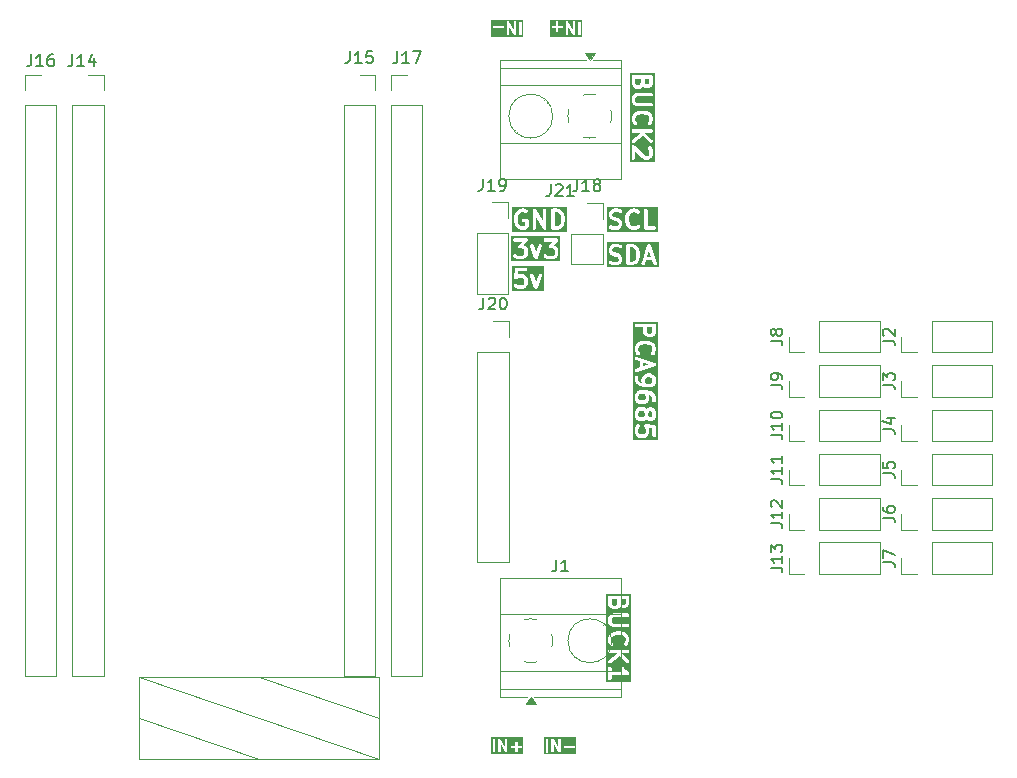
<source format=gbr>
%TF.GenerationSoftware,KiCad,Pcbnew,9.0.0*%
%TF.CreationDate,2025-03-26T16:30:54-04:00*%
%TF.ProjectId,spotmicro23mm,73706f74-6d69-4637-926f-32336d6d2e6b,rev?*%
%TF.SameCoordinates,Original*%
%TF.FileFunction,Legend,Top*%
%TF.FilePolarity,Positive*%
%FSLAX46Y46*%
G04 Gerber Fmt 4.6, Leading zero omitted, Abs format (unit mm)*
G04 Created by KiCad (PCBNEW 9.0.0) date 2025-03-26 16:30:54*
%MOMM*%
%LPD*%
G01*
G04 APERTURE LIST*
%ADD10C,0.100000*%
%ADD11C,0.300000*%
%ADD12C,0.200000*%
%ADD13C,0.150000*%
%ADD14C,0.120000*%
G04 APERTURE END LIST*
D10*
X89830000Y-113090000D02*
X110170000Y-120000000D01*
X100000000Y-113090000D02*
X110170000Y-116545000D01*
X89830000Y-116545000D02*
X100000000Y-120000000D01*
X89830000Y-113090000D02*
X110170000Y-113090000D01*
X110170000Y-120000000D01*
X89830000Y-120000000D01*
X89830000Y-113090000D01*
D11*
G36*
X131723482Y-76753361D02*
G01*
X131824089Y-76853968D01*
X131877268Y-76960327D01*
X131940224Y-77212148D01*
X131940224Y-77389507D01*
X131877268Y-77641328D01*
X131824089Y-77747688D01*
X131723483Y-77848294D01*
X131565881Y-77900828D01*
X131383081Y-77900828D01*
X131383081Y-76700828D01*
X131565884Y-76700828D01*
X131723482Y-76753361D01*
G37*
G36*
X133167826Y-77472257D02*
G01*
X132869767Y-77472257D01*
X133018796Y-77025169D01*
X133167826Y-77472257D01*
G37*
G36*
X133834286Y-78367495D02*
G01*
X129416415Y-78367495D01*
X129416415Y-76836542D01*
X129583082Y-76836542D01*
X129583082Y-76979400D01*
X129585964Y-77008664D01*
X129588026Y-77013642D01*
X129588408Y-77019018D01*
X129598918Y-77046482D01*
X129670346Y-77189339D01*
X129678274Y-77201934D01*
X129679790Y-77205593D01*
X129683169Y-77209710D01*
X129686011Y-77214225D01*
X129689005Y-77216821D01*
X129698445Y-77228324D01*
X129769874Y-77299752D01*
X129781374Y-77309190D01*
X129783971Y-77312184D01*
X129788483Y-77315024D01*
X129792604Y-77318406D01*
X129796263Y-77319921D01*
X129808857Y-77327849D01*
X129951713Y-77399278D01*
X129953855Y-77400097D01*
X129954725Y-77400742D01*
X129966996Y-77405126D01*
X129979177Y-77409787D01*
X129980257Y-77409863D01*
X129982416Y-77410635D01*
X130252154Y-77478069D01*
X130358513Y-77531248D01*
X130395517Y-77568253D01*
X130440225Y-77657667D01*
X130440225Y-77729703D01*
X130395517Y-77819117D01*
X130358514Y-77856121D01*
X130269101Y-77900828D01*
X129971711Y-77900828D01*
X129780516Y-77837097D01*
X129751842Y-77830577D01*
X129693462Y-77834727D01*
X129641115Y-77860901D01*
X129602767Y-77905115D01*
X129584259Y-77960640D01*
X129588409Y-78019020D01*
X129614583Y-78071367D01*
X129658797Y-78109715D01*
X129685648Y-78121703D01*
X129899934Y-78193131D01*
X129914446Y-78196430D01*
X129918104Y-78197946D01*
X129923406Y-78198468D01*
X129928608Y-78199651D01*
X129932562Y-78199369D01*
X129947368Y-78200828D01*
X130304510Y-78200828D01*
X130333774Y-78197946D01*
X130338752Y-78195883D01*
X130344128Y-78195502D01*
X130371591Y-78184992D01*
X130514450Y-78113564D01*
X130527044Y-78105635D01*
X130530704Y-78104120D01*
X130534824Y-78100738D01*
X130539335Y-78097899D01*
X130541929Y-78094907D01*
X130553435Y-78085465D01*
X130624863Y-78014036D01*
X130634301Y-78002535D01*
X130637295Y-77999939D01*
X130640135Y-77995426D01*
X130643517Y-77991306D01*
X130645032Y-77987646D01*
X130652960Y-77975053D01*
X130724389Y-77832197D01*
X130734898Y-77804733D01*
X130735279Y-77799358D01*
X130737343Y-77794378D01*
X130740225Y-77765114D01*
X130740225Y-77622257D01*
X130737343Y-77592993D01*
X130735279Y-77588012D01*
X130734898Y-77582638D01*
X130724389Y-77555174D01*
X130652960Y-77412318D01*
X130645032Y-77399724D01*
X130643517Y-77396065D01*
X130640135Y-77391944D01*
X130637295Y-77387432D01*
X130634301Y-77384835D01*
X130624863Y-77373335D01*
X130553435Y-77301906D01*
X130541932Y-77292466D01*
X130539336Y-77289472D01*
X130534821Y-77286630D01*
X130530704Y-77283251D01*
X130527045Y-77281735D01*
X130514450Y-77273807D01*
X130371592Y-77202378D01*
X130369451Y-77201558D01*
X130368581Y-77200914D01*
X130356325Y-77196535D01*
X130344129Y-77191868D01*
X130343045Y-77191791D01*
X130340890Y-77191021D01*
X130071152Y-77123586D01*
X129964792Y-77070406D01*
X129927787Y-77033401D01*
X129883082Y-76943990D01*
X129883082Y-76871951D01*
X129927787Y-76782540D01*
X129964792Y-76745535D01*
X130054206Y-76700828D01*
X130351599Y-76700828D01*
X130542790Y-76764559D01*
X130571464Y-76771079D01*
X130629844Y-76766930D01*
X130682191Y-76740756D01*
X130720539Y-76696542D01*
X130739047Y-76641018D01*
X130734898Y-76582638D01*
X130718993Y-76550828D01*
X131083081Y-76550828D01*
X131083081Y-78050828D01*
X131085963Y-78080092D01*
X131108361Y-78134164D01*
X131149745Y-78175548D01*
X131203817Y-78197946D01*
X131233081Y-78200828D01*
X131590224Y-78200828D01*
X131605029Y-78199369D01*
X131608984Y-78199651D01*
X131614185Y-78198468D01*
X131619488Y-78197946D01*
X131623145Y-78196430D01*
X131637658Y-78193131D01*
X131851944Y-78121703D01*
X131878795Y-78109715D01*
X131882866Y-78106183D01*
X131887846Y-78104121D01*
X131910576Y-78085466D01*
X131963975Y-78032067D01*
X132369974Y-78032067D01*
X132374123Y-78090448D01*
X132400297Y-78142795D01*
X132444511Y-78181142D01*
X132500035Y-78199650D01*
X132558416Y-78195501D01*
X132610763Y-78169327D01*
X132649110Y-78125113D01*
X132661098Y-78098262D01*
X132769767Y-77772257D01*
X133267826Y-77772257D01*
X133376494Y-78098262D01*
X133388482Y-78125113D01*
X133426829Y-78169328D01*
X133479177Y-78195501D01*
X133537557Y-78199651D01*
X133593081Y-78181142D01*
X133637295Y-78142795D01*
X133663469Y-78090448D01*
X133667619Y-78032068D01*
X133661099Y-78003394D01*
X133161098Y-76503394D01*
X133149110Y-76476543D01*
X133142087Y-76468446D01*
X133137295Y-76458861D01*
X133123086Y-76446537D01*
X133110763Y-76432329D01*
X133101177Y-76427536D01*
X133093081Y-76420514D01*
X133075237Y-76414565D01*
X133058416Y-76406155D01*
X133047727Y-76405395D01*
X133037557Y-76402005D01*
X133018791Y-76403338D01*
X133000035Y-76402006D01*
X132989867Y-76405395D01*
X132979177Y-76406155D01*
X132962353Y-76414566D01*
X132944511Y-76420514D01*
X132936416Y-76427534D01*
X132926829Y-76432328D01*
X132914503Y-76446539D01*
X132900297Y-76458861D01*
X132895504Y-76468445D01*
X132888482Y-76476543D01*
X132876494Y-76503394D01*
X132376494Y-78003394D01*
X132369974Y-78032067D01*
X131963975Y-78032067D01*
X132053433Y-77942608D01*
X132062871Y-77931106D01*
X132065866Y-77928510D01*
X132068706Y-77923996D01*
X132072088Y-77919877D01*
X132073603Y-77916217D01*
X132081531Y-77903624D01*
X132152960Y-77760768D01*
X132153779Y-77758625D01*
X132154424Y-77757756D01*
X132158808Y-77745484D01*
X132163469Y-77733304D01*
X132163545Y-77732223D01*
X132164317Y-77730065D01*
X132235745Y-77444351D01*
X132236494Y-77439279D01*
X132237342Y-77437235D01*
X132238427Y-77426212D01*
X132240047Y-77415262D01*
X132239721Y-77413074D01*
X132240224Y-77407971D01*
X132240224Y-77193685D01*
X132239721Y-77188581D01*
X132240047Y-77186394D01*
X132238427Y-77175443D01*
X132237342Y-77164421D01*
X132236494Y-77162376D01*
X132235745Y-77157305D01*
X132164317Y-76871591D01*
X132163545Y-76869432D01*
X132163469Y-76868352D01*
X132158808Y-76856171D01*
X132154424Y-76843900D01*
X132153779Y-76843030D01*
X132152960Y-76840888D01*
X132081531Y-76698032D01*
X132073604Y-76685440D01*
X132072088Y-76681778D01*
X132068704Y-76677655D01*
X132065866Y-76673146D01*
X132062873Y-76670550D01*
X132053433Y-76659048D01*
X131910576Y-76516191D01*
X131887845Y-76497536D01*
X131882865Y-76495473D01*
X131878795Y-76491943D01*
X131851944Y-76479954D01*
X131637658Y-76408526D01*
X131623150Y-76405227D01*
X131619488Y-76403710D01*
X131614179Y-76403187D01*
X131608985Y-76402006D01*
X131605035Y-76402286D01*
X131590224Y-76400828D01*
X131233081Y-76400828D01*
X131203817Y-76403710D01*
X131149745Y-76426108D01*
X131108361Y-76467492D01*
X131085963Y-76521564D01*
X131083081Y-76550828D01*
X130718993Y-76550828D01*
X130708724Y-76530290D01*
X130664510Y-76491943D01*
X130637659Y-76479954D01*
X130423373Y-76408526D01*
X130408865Y-76405227D01*
X130405203Y-76403710D01*
X130399894Y-76403187D01*
X130394700Y-76402006D01*
X130390750Y-76402286D01*
X130375939Y-76400828D01*
X130018796Y-76400828D01*
X129989532Y-76403710D01*
X129984551Y-76405773D01*
X129979177Y-76406155D01*
X129951713Y-76416664D01*
X129808857Y-76488093D01*
X129796263Y-76496020D01*
X129792604Y-76497536D01*
X129788483Y-76500917D01*
X129783971Y-76503758D01*
X129781374Y-76506751D01*
X129769874Y-76516190D01*
X129698445Y-76587618D01*
X129689005Y-76599120D01*
X129686011Y-76601717D01*
X129683169Y-76606231D01*
X129679790Y-76610349D01*
X129678274Y-76614007D01*
X129670346Y-76626603D01*
X129598918Y-76769460D01*
X129588408Y-76796924D01*
X129588026Y-76802299D01*
X129585964Y-76807278D01*
X129583082Y-76836542D01*
X129416415Y-76836542D01*
X129416415Y-76234161D01*
X133834286Y-76234161D01*
X133834286Y-78367495D01*
G37*
G36*
X132574601Y-90570643D02*
G01*
X132611606Y-90607648D01*
X132656314Y-90697062D01*
X132656314Y-90911956D01*
X132611607Y-91001370D01*
X132574603Y-91038373D01*
X132485190Y-91083081D01*
X132270295Y-91083081D01*
X132180882Y-91038374D01*
X132143878Y-91001370D01*
X132099171Y-90911956D01*
X132099171Y-90697062D01*
X132143878Y-90607647D01*
X132180882Y-90570643D01*
X132270295Y-90525938D01*
X132485190Y-90525938D01*
X132574601Y-90570643D01*
G37*
G36*
X133217458Y-90570643D02*
G01*
X133254463Y-90607648D01*
X133299171Y-90697062D01*
X133299171Y-90911956D01*
X133254464Y-91001370D01*
X133217460Y-91038373D01*
X133128047Y-91083081D01*
X133127438Y-91083081D01*
X133038024Y-91038373D01*
X133001020Y-91001370D01*
X132956314Y-90911957D01*
X132956314Y-90697061D01*
X133001019Y-90607649D01*
X133038024Y-90570644D01*
X133127438Y-90525938D01*
X133128047Y-90525938D01*
X133217458Y-90570643D01*
G37*
G36*
X132646030Y-89142072D02*
G01*
X132683035Y-89179077D01*
X132727742Y-89268490D01*
X132727742Y-89483385D01*
X132683036Y-89572797D01*
X132646032Y-89609802D01*
X132556618Y-89654510D01*
X132270295Y-89654510D01*
X132180882Y-89609803D01*
X132143878Y-89572799D01*
X132099171Y-89483385D01*
X132099171Y-89268491D01*
X132143878Y-89179076D01*
X132180882Y-89142072D01*
X132270295Y-89097367D01*
X132556618Y-89097367D01*
X132646030Y-89142072D01*
G37*
G36*
X133217458Y-87713501D02*
G01*
X133254463Y-87750506D01*
X133299171Y-87839920D01*
X133299171Y-88054814D01*
X133254464Y-88144228D01*
X133217460Y-88181231D01*
X133128047Y-88225939D01*
X132841724Y-88225939D01*
X132752310Y-88181231D01*
X132715306Y-88144228D01*
X132670600Y-88054815D01*
X132670600Y-87839919D01*
X132715305Y-87750507D01*
X132752310Y-87713502D01*
X132841724Y-87668796D01*
X133128047Y-87668796D01*
X133217458Y-87713501D01*
G37*
G36*
X132974828Y-86590225D02*
G01*
X132527742Y-86739254D01*
X132527742Y-86441195D01*
X132974828Y-86590225D01*
G37*
G36*
X133299171Y-83840528D02*
G01*
X133254463Y-83929942D01*
X133217458Y-83966947D01*
X133128047Y-84011653D01*
X132984581Y-84011653D01*
X132895167Y-83966946D01*
X132858162Y-83929941D01*
X132813457Y-83840529D01*
X132813457Y-83454510D01*
X133299171Y-83454510D01*
X133299171Y-83840528D01*
G37*
G36*
X133765838Y-92978319D02*
G01*
X131632504Y-92978319D01*
X131632504Y-92018795D01*
X131799171Y-92018795D01*
X131799171Y-92375937D01*
X131802053Y-92405201D01*
X131804114Y-92410178D01*
X131804497Y-92415556D01*
X131815007Y-92443019D01*
X131886436Y-92585877D01*
X131894363Y-92598470D01*
X131895879Y-92602130D01*
X131899260Y-92606249D01*
X131902101Y-92610763D01*
X131905094Y-92613359D01*
X131914534Y-92624861D01*
X131985962Y-92696289D01*
X131997464Y-92705729D01*
X132000060Y-92708722D01*
X132004569Y-92711560D01*
X132008692Y-92714944D01*
X132012354Y-92716460D01*
X132024946Y-92724387D01*
X132167802Y-92795816D01*
X132195266Y-92806325D01*
X132200640Y-92806706D01*
X132205621Y-92808770D01*
X132234885Y-92811652D01*
X132592028Y-92811652D01*
X132621292Y-92808770D01*
X132626272Y-92806706D01*
X132631647Y-92806325D01*
X132659110Y-92795816D01*
X132801967Y-92724387D01*
X132814562Y-92716458D01*
X132818219Y-92714944D01*
X132822336Y-92711564D01*
X132826853Y-92708722D01*
X132829450Y-92705727D01*
X132840950Y-92696290D01*
X132912379Y-92624862D01*
X132921818Y-92613359D01*
X132924814Y-92610762D01*
X132927655Y-92606247D01*
X132931034Y-92602131D01*
X132932549Y-92598472D01*
X132940478Y-92585876D01*
X133011907Y-92443018D01*
X133022416Y-92415555D01*
X133022797Y-92410179D01*
X133024860Y-92405201D01*
X133027742Y-92375937D01*
X133027742Y-92018795D01*
X133024860Y-91989531D01*
X133022797Y-91984552D01*
X133022761Y-91984044D01*
X133299171Y-92011685D01*
X133299171Y-92590223D01*
X133302053Y-92619487D01*
X133324451Y-92673559D01*
X133365835Y-92714943D01*
X133419907Y-92737341D01*
X133478435Y-92737341D01*
X133532507Y-92714943D01*
X133573891Y-92673559D01*
X133596289Y-92619487D01*
X133599171Y-92590223D01*
X133599171Y-91875937D01*
X133598104Y-91865110D01*
X133598470Y-91861457D01*
X133597393Y-91857889D01*
X133596289Y-91846673D01*
X133587895Y-91826410D01*
X133581564Y-91805425D01*
X133576782Y-91799580D01*
X133573891Y-91792601D01*
X133558385Y-91777095D01*
X133544503Y-91760128D01*
X133537847Y-91756557D01*
X133532507Y-91751217D01*
X133512249Y-91742825D01*
X133492928Y-91732461D01*
X133481880Y-91730246D01*
X133478435Y-91728819D01*
X133474761Y-91728819D01*
X133464096Y-91726681D01*
X132749810Y-91655253D01*
X132720405Y-91655209D01*
X132713174Y-91657391D01*
X132705621Y-91657391D01*
X132685361Y-91665782D01*
X132664373Y-91672116D01*
X132658528Y-91676897D01*
X132651549Y-91679789D01*
X132636045Y-91695293D01*
X132619076Y-91709177D01*
X132615504Y-91715833D01*
X132610164Y-91721175D01*
X132601774Y-91741429D01*
X132591409Y-91760752D01*
X132590657Y-91768269D01*
X132587767Y-91775247D01*
X132587767Y-91797170D01*
X132585585Y-91818989D01*
X132587767Y-91826220D01*
X132587767Y-91833773D01*
X132596158Y-91854032D01*
X132602492Y-91875021D01*
X132607273Y-91880865D01*
X132610165Y-91887845D01*
X132628820Y-91910576D01*
X132683036Y-91964792D01*
X132727742Y-92054204D01*
X132727742Y-92340527D01*
X132683036Y-92429939D01*
X132646032Y-92466944D01*
X132556618Y-92511652D01*
X132270295Y-92511652D01*
X132180882Y-92466945D01*
X132143878Y-92429941D01*
X132099171Y-92340527D01*
X132099171Y-92054205D01*
X132143878Y-91964791D01*
X132198094Y-91910575D01*
X132216749Y-91887845D01*
X132239145Y-91833772D01*
X132239145Y-91775246D01*
X132216749Y-91721174D01*
X132175363Y-91679788D01*
X132121291Y-91657392D01*
X132062765Y-91657392D01*
X132008692Y-91679788D01*
X131985962Y-91698443D01*
X131914534Y-91769871D01*
X131905094Y-91781372D01*
X131902101Y-91783969D01*
X131899260Y-91788482D01*
X131895879Y-91792602D01*
X131894363Y-91796261D01*
X131886436Y-91808855D01*
X131815007Y-91951713D01*
X131804497Y-91979176D01*
X131804114Y-91984553D01*
X131802053Y-91989531D01*
X131799171Y-92018795D01*
X131632504Y-92018795D01*
X131632504Y-90661652D01*
X131799171Y-90661652D01*
X131799171Y-90947366D01*
X131802053Y-90976630D01*
X131804114Y-90981607D01*
X131804497Y-90986985D01*
X131815007Y-91014448D01*
X131886436Y-91157306D01*
X131894363Y-91169899D01*
X131895879Y-91173559D01*
X131899260Y-91177678D01*
X131902101Y-91182192D01*
X131905094Y-91184788D01*
X131914534Y-91196290D01*
X131985962Y-91267718D01*
X131997464Y-91277158D01*
X132000060Y-91280151D01*
X132004569Y-91282989D01*
X132008692Y-91286373D01*
X132012354Y-91287889D01*
X132024946Y-91295816D01*
X132167802Y-91367245D01*
X132195266Y-91377754D01*
X132200640Y-91378135D01*
X132205621Y-91380199D01*
X132234885Y-91383081D01*
X132520600Y-91383081D01*
X132549864Y-91380199D01*
X132554844Y-91378135D01*
X132560219Y-91377754D01*
X132587682Y-91367245D01*
X132730539Y-91295816D01*
X132743132Y-91287888D01*
X132746792Y-91286373D01*
X132750911Y-91282991D01*
X132755425Y-91280151D01*
X132758021Y-91277157D01*
X132769523Y-91267718D01*
X132806313Y-91230927D01*
X132843106Y-91267719D01*
X132854606Y-91277157D01*
X132857203Y-91280151D01*
X132861715Y-91282991D01*
X132865836Y-91286373D01*
X132869495Y-91287888D01*
X132882089Y-91295816D01*
X133024945Y-91367245D01*
X133052409Y-91377754D01*
X133057783Y-91378135D01*
X133062764Y-91380199D01*
X133092028Y-91383081D01*
X133163457Y-91383081D01*
X133192721Y-91380199D01*
X133197701Y-91378135D01*
X133203076Y-91377754D01*
X133230539Y-91367245D01*
X133373396Y-91295816D01*
X133385989Y-91287888D01*
X133389649Y-91286373D01*
X133393768Y-91282991D01*
X133398282Y-91280151D01*
X133400878Y-91277157D01*
X133412380Y-91267718D01*
X133483808Y-91196290D01*
X133493248Y-91184787D01*
X133496241Y-91182192D01*
X133499079Y-91177682D01*
X133502463Y-91173560D01*
X133503979Y-91169897D01*
X133511906Y-91157306D01*
X133583335Y-91014448D01*
X133593845Y-90986985D01*
X133594227Y-90981607D01*
X133596289Y-90976630D01*
X133599171Y-90947366D01*
X133599171Y-90661652D01*
X133596289Y-90632388D01*
X133594225Y-90627407D01*
X133593844Y-90622033D01*
X133583335Y-90594569D01*
X133511906Y-90451713D01*
X133503978Y-90439119D01*
X133502463Y-90435460D01*
X133499081Y-90431339D01*
X133496241Y-90426827D01*
X133493247Y-90424230D01*
X133483809Y-90412730D01*
X133412381Y-90341301D01*
X133400878Y-90331861D01*
X133398282Y-90328867D01*
X133393767Y-90326025D01*
X133389650Y-90322646D01*
X133385991Y-90321130D01*
X133373396Y-90313202D01*
X133230539Y-90241774D01*
X133203075Y-90231264D01*
X133197699Y-90230882D01*
X133192721Y-90228820D01*
X133163457Y-90225938D01*
X133092028Y-90225938D01*
X133062764Y-90228820D01*
X133057785Y-90230882D01*
X133052410Y-90231264D01*
X133024947Y-90241774D01*
X132882089Y-90313202D01*
X132869497Y-90321128D01*
X132865836Y-90322645D01*
X132861713Y-90326028D01*
X132857204Y-90328867D01*
X132854609Y-90331858D01*
X132843105Y-90341300D01*
X132806313Y-90378091D01*
X132769524Y-90341301D01*
X132758021Y-90331861D01*
X132755425Y-90328867D01*
X132750910Y-90326025D01*
X132746793Y-90322646D01*
X132743134Y-90321130D01*
X132730539Y-90313202D01*
X132587682Y-90241774D01*
X132560218Y-90231264D01*
X132554842Y-90230882D01*
X132549864Y-90228820D01*
X132520600Y-90225938D01*
X132234885Y-90225938D01*
X132205621Y-90228820D01*
X132200642Y-90230882D01*
X132195267Y-90231264D01*
X132167804Y-90241774D01*
X132024946Y-90313202D01*
X132012351Y-90321130D01*
X132008692Y-90322646D01*
X132004571Y-90326027D01*
X132000061Y-90328867D01*
X131997466Y-90331858D01*
X131985961Y-90341301D01*
X131914533Y-90412730D01*
X131905095Y-90424229D01*
X131902101Y-90426827D01*
X131899258Y-90431343D01*
X131895879Y-90435461D01*
X131894364Y-90439117D01*
X131886436Y-90451713D01*
X131815007Y-90594570D01*
X131804498Y-90622033D01*
X131804116Y-90627407D01*
X131802053Y-90632388D01*
X131799171Y-90661652D01*
X131632504Y-90661652D01*
X131632504Y-89233081D01*
X131799171Y-89233081D01*
X131799171Y-89518795D01*
X131802053Y-89548059D01*
X131804114Y-89553036D01*
X131804497Y-89558414D01*
X131815007Y-89585877D01*
X131886436Y-89728735D01*
X131894363Y-89741328D01*
X131895879Y-89744988D01*
X131899260Y-89749107D01*
X131902101Y-89753621D01*
X131905094Y-89756217D01*
X131914534Y-89767719D01*
X131985962Y-89839147D01*
X131997464Y-89848587D01*
X132000060Y-89851580D01*
X132004569Y-89854418D01*
X132008692Y-89857802D01*
X132012354Y-89859318D01*
X132024946Y-89867245D01*
X132167802Y-89938674D01*
X132195266Y-89949183D01*
X132200640Y-89949564D01*
X132205621Y-89951628D01*
X132234885Y-89954510D01*
X132592028Y-89954510D01*
X132621292Y-89951628D01*
X132626272Y-89949564D01*
X132631647Y-89949183D01*
X132659110Y-89938674D01*
X132801967Y-89867245D01*
X132814562Y-89859316D01*
X132818219Y-89857802D01*
X132822336Y-89854422D01*
X132826853Y-89851580D01*
X132829450Y-89848585D01*
X132840950Y-89839148D01*
X132912379Y-89767720D01*
X132921818Y-89756217D01*
X132924814Y-89753620D01*
X132927655Y-89749105D01*
X132931034Y-89744989D01*
X132932549Y-89741330D01*
X132940478Y-89728734D01*
X133011907Y-89585876D01*
X133022416Y-89558413D01*
X133022797Y-89553037D01*
X133024860Y-89548059D01*
X133027742Y-89518795D01*
X133027742Y-89233081D01*
X133024860Y-89203817D01*
X133022797Y-89198838D01*
X133022416Y-89193463D01*
X133011906Y-89166000D01*
X133004695Y-89151577D01*
X133030441Y-89158014D01*
X133210748Y-89278219D01*
X133254464Y-89321935D01*
X133299171Y-89411348D01*
X133299171Y-89661653D01*
X133302053Y-89690917D01*
X133324451Y-89744989D01*
X133365835Y-89786373D01*
X133419907Y-89808771D01*
X133478435Y-89808771D01*
X133532507Y-89786373D01*
X133573891Y-89744989D01*
X133596289Y-89690917D01*
X133599171Y-89661653D01*
X133599171Y-89375938D01*
X133596289Y-89346674D01*
X133594225Y-89341693D01*
X133593844Y-89336319D01*
X133583335Y-89308855D01*
X133511906Y-89165999D01*
X133503979Y-89153407D01*
X133502463Y-89149745D01*
X133499079Y-89145622D01*
X133496241Y-89141113D01*
X133493248Y-89138517D01*
X133483808Y-89127015D01*
X133412380Y-89055587D01*
X133412300Y-89055522D01*
X133412270Y-89055476D01*
X133400884Y-89046153D01*
X133389649Y-89036932D01*
X133389598Y-89036911D01*
X133389519Y-89036846D01*
X133175233Y-88893988D01*
X133159077Y-88885373D01*
X133156099Y-88883167D01*
X133152582Y-88881910D01*
X133149286Y-88880153D01*
X133145648Y-88879433D01*
X133128408Y-88873274D01*
X132842694Y-88801846D01*
X132837622Y-88801096D01*
X132835578Y-88800249D01*
X132824555Y-88799163D01*
X132813605Y-88797544D01*
X132811417Y-88797869D01*
X132806314Y-88797367D01*
X132234885Y-88797367D01*
X132205621Y-88800249D01*
X132200642Y-88802311D01*
X132195267Y-88802693D01*
X132167804Y-88813203D01*
X132024946Y-88884631D01*
X132012351Y-88892559D01*
X132008692Y-88894075D01*
X132004571Y-88897456D01*
X132000061Y-88900296D01*
X131997466Y-88903287D01*
X131985961Y-88912730D01*
X131914533Y-88984159D01*
X131905095Y-88995658D01*
X131902101Y-88998256D01*
X131899258Y-89002772D01*
X131895879Y-89006890D01*
X131894364Y-89010546D01*
X131886436Y-89023142D01*
X131815007Y-89165999D01*
X131804498Y-89193462D01*
X131804116Y-89198836D01*
X131802053Y-89203817D01*
X131799171Y-89233081D01*
X131632504Y-89233081D01*
X131632504Y-87661653D01*
X131799171Y-87661653D01*
X131799171Y-87947367D01*
X131802053Y-87976631D01*
X131804116Y-87981611D01*
X131804498Y-87986986D01*
X131815007Y-88014449D01*
X131886436Y-88157306D01*
X131894364Y-88169901D01*
X131895879Y-88173558D01*
X131899258Y-88177675D01*
X131902101Y-88182192D01*
X131905095Y-88184789D01*
X131914533Y-88196289D01*
X131985961Y-88267718D01*
X131986043Y-88267785D01*
X131986073Y-88267830D01*
X131997612Y-88277280D01*
X132008692Y-88286373D01*
X132008739Y-88286392D01*
X132008823Y-88286461D01*
X132223109Y-88429318D01*
X132239264Y-88437931D01*
X132242242Y-88440138D01*
X132245758Y-88441394D01*
X132249057Y-88443153D01*
X132252695Y-88443872D01*
X132269933Y-88450031D01*
X132555647Y-88521460D01*
X132560719Y-88522210D01*
X132562764Y-88523057D01*
X132573783Y-88524142D01*
X132584736Y-88525762D01*
X132586924Y-88525436D01*
X132592028Y-88525939D01*
X133163457Y-88525939D01*
X133192721Y-88523057D01*
X133197701Y-88520993D01*
X133203076Y-88520612D01*
X133230539Y-88510103D01*
X133373396Y-88438674D01*
X133385989Y-88430746D01*
X133389649Y-88429231D01*
X133393768Y-88425849D01*
X133398282Y-88423009D01*
X133400878Y-88420015D01*
X133412380Y-88410576D01*
X133483808Y-88339148D01*
X133493248Y-88327645D01*
X133496241Y-88325050D01*
X133499079Y-88320540D01*
X133502463Y-88316418D01*
X133503979Y-88312755D01*
X133511906Y-88300164D01*
X133583335Y-88157306D01*
X133593845Y-88129843D01*
X133594227Y-88124465D01*
X133596289Y-88119488D01*
X133599171Y-88090224D01*
X133599171Y-87804510D01*
X133596289Y-87775246D01*
X133594225Y-87770265D01*
X133593844Y-87764891D01*
X133583335Y-87737427D01*
X133511906Y-87594571D01*
X133503978Y-87581977D01*
X133502463Y-87578318D01*
X133499081Y-87574197D01*
X133496241Y-87569685D01*
X133493247Y-87567088D01*
X133483809Y-87555588D01*
X133412381Y-87484159D01*
X133400878Y-87474719D01*
X133398282Y-87471725D01*
X133393767Y-87468883D01*
X133389650Y-87465504D01*
X133385991Y-87463988D01*
X133373396Y-87456060D01*
X133230539Y-87384632D01*
X133203075Y-87374122D01*
X133197699Y-87373740D01*
X133192721Y-87371678D01*
X133163457Y-87368796D01*
X132806314Y-87368796D01*
X132777050Y-87371678D01*
X132772071Y-87373740D01*
X132766696Y-87374122D01*
X132739233Y-87384632D01*
X132596375Y-87456060D01*
X132583783Y-87463986D01*
X132580122Y-87465503D01*
X132575999Y-87468886D01*
X132571490Y-87471725D01*
X132568895Y-87474716D01*
X132557391Y-87484158D01*
X132485962Y-87555587D01*
X132476522Y-87567088D01*
X132473529Y-87569685D01*
X132470688Y-87574198D01*
X132467307Y-87578318D01*
X132465791Y-87581977D01*
X132457864Y-87594571D01*
X132386436Y-87737428D01*
X132375926Y-87764892D01*
X132375544Y-87770267D01*
X132373482Y-87775246D01*
X132370600Y-87804510D01*
X132370600Y-88090224D01*
X132373482Y-88119488D01*
X132375544Y-88124466D01*
X132375926Y-88129842D01*
X132386436Y-88157305D01*
X132393646Y-88171727D01*
X132367900Y-88165290D01*
X132187590Y-88045083D01*
X132143878Y-88001371D01*
X132099171Y-87911956D01*
X132099171Y-87661653D01*
X132096289Y-87632389D01*
X132073891Y-87578317D01*
X132032507Y-87536933D01*
X131978435Y-87514535D01*
X131919907Y-87514535D01*
X131865835Y-87536933D01*
X131824451Y-87578317D01*
X131802053Y-87632389D01*
X131799171Y-87661653D01*
X131632504Y-87661653D01*
X131632504Y-86071464D01*
X131800349Y-86071464D01*
X131804498Y-86129845D01*
X131830672Y-86182192D01*
X131874886Y-86220539D01*
X131901737Y-86232527D01*
X132227742Y-86341195D01*
X132227742Y-86839254D01*
X131901737Y-86947923D01*
X131874886Y-86959911D01*
X131830672Y-86998258D01*
X131804498Y-87050605D01*
X131800349Y-87108986D01*
X131818857Y-87164510D01*
X131857204Y-87208724D01*
X131909551Y-87234898D01*
X131967932Y-87239047D01*
X131996605Y-87232527D01*
X133496605Y-86732527D01*
X133523456Y-86720539D01*
X133531553Y-86713516D01*
X133541138Y-86708724D01*
X133553459Y-86694517D01*
X133567671Y-86682192D01*
X133572464Y-86672604D01*
X133579485Y-86664510D01*
X133585433Y-86646665D01*
X133593844Y-86629844D01*
X133594603Y-86619156D01*
X133597994Y-86608986D01*
X133596660Y-86590225D01*
X133597994Y-86571464D01*
X133594603Y-86561293D01*
X133593844Y-86550606D01*
X133585433Y-86533784D01*
X133579485Y-86515940D01*
X133572464Y-86507845D01*
X133567671Y-86498258D01*
X133553459Y-86485932D01*
X133541138Y-86471726D01*
X133531553Y-86466933D01*
X133523456Y-86459911D01*
X133496605Y-86447923D01*
X131996605Y-85947923D01*
X131967932Y-85941403D01*
X131909551Y-85945552D01*
X131857204Y-85971726D01*
X131818857Y-86015940D01*
X131800349Y-86071464D01*
X131632504Y-86071464D01*
X131632504Y-85233082D01*
X131799171Y-85233082D01*
X131799171Y-85375939D01*
X131800629Y-85390750D01*
X131800349Y-85394700D01*
X131801530Y-85399894D01*
X131802053Y-85405203D01*
X131803570Y-85408865D01*
X131806869Y-85423373D01*
X131878297Y-85637659D01*
X131890286Y-85664510D01*
X131893816Y-85668580D01*
X131895879Y-85673560D01*
X131914534Y-85696291D01*
X131985962Y-85767719D01*
X132008692Y-85786374D01*
X132062765Y-85808770D01*
X132121291Y-85808770D01*
X132175363Y-85786374D01*
X132216749Y-85744988D01*
X132239145Y-85690916D01*
X132239145Y-85632390D01*
X132216749Y-85578317D01*
X132198094Y-85555587D01*
X132151704Y-85509197D01*
X132099171Y-85351598D01*
X132099171Y-85257422D01*
X132151704Y-85099823D01*
X132252311Y-84999216D01*
X132358670Y-84946037D01*
X132610492Y-84883082D01*
X132787850Y-84883082D01*
X133039671Y-84946036D01*
X133146031Y-84999217D01*
X133246637Y-85099823D01*
X133299171Y-85257424D01*
X133299171Y-85351596D01*
X133246637Y-85509197D01*
X133200248Y-85555587D01*
X133181593Y-85578318D01*
X133159196Y-85632390D01*
X133159196Y-85690916D01*
X133181593Y-85744988D01*
X133222979Y-85786374D01*
X133277051Y-85808771D01*
X133335577Y-85808771D01*
X133389649Y-85786374D01*
X133412380Y-85767719D01*
X133483808Y-85696291D01*
X133502463Y-85673561D01*
X133504526Y-85668580D01*
X133508056Y-85664510D01*
X133520044Y-85637659D01*
X133591473Y-85423374D01*
X133594772Y-85408864D01*
X133596289Y-85405203D01*
X133596811Y-85399894D01*
X133597993Y-85394700D01*
X133597712Y-85390750D01*
X133599171Y-85375939D01*
X133599171Y-85233082D01*
X133597712Y-85218270D01*
X133597993Y-85214321D01*
X133596811Y-85209126D01*
X133596289Y-85203818D01*
X133594772Y-85200156D01*
X133591473Y-85185647D01*
X133520044Y-84971362D01*
X133508056Y-84944511D01*
X133504526Y-84940441D01*
X133502463Y-84935460D01*
X133483808Y-84912730D01*
X133340951Y-84769873D01*
X133329449Y-84760433D01*
X133326853Y-84757440D01*
X133322339Y-84754599D01*
X133318220Y-84751218D01*
X133314560Y-84749702D01*
X133301967Y-84741775D01*
X133159110Y-84670346D01*
X133156969Y-84669526D01*
X133156099Y-84668882D01*
X133143821Y-84664495D01*
X133131647Y-84659837D01*
X133130566Y-84659760D01*
X133128408Y-84658989D01*
X132842694Y-84587561D01*
X132837622Y-84586811D01*
X132835578Y-84585964D01*
X132824555Y-84584878D01*
X132813605Y-84583259D01*
X132811417Y-84583584D01*
X132806314Y-84583082D01*
X132592028Y-84583082D01*
X132586924Y-84583584D01*
X132584737Y-84583259D01*
X132573786Y-84584878D01*
X132562764Y-84585964D01*
X132560719Y-84586811D01*
X132555648Y-84587561D01*
X132269934Y-84658989D01*
X132267775Y-84659760D01*
X132266695Y-84659837D01*
X132254514Y-84664497D01*
X132242243Y-84668882D01*
X132241373Y-84669526D01*
X132239231Y-84670346D01*
X132096375Y-84741775D01*
X132083783Y-84749701D01*
X132080121Y-84751218D01*
X132075998Y-84754601D01*
X132071489Y-84757440D01*
X132068893Y-84760432D01*
X132057391Y-84769873D01*
X131914534Y-84912730D01*
X131895879Y-84935461D01*
X131893816Y-84940440D01*
X131890286Y-84944511D01*
X131878297Y-84971362D01*
X131806869Y-85185648D01*
X131803570Y-85200155D01*
X131802053Y-85203818D01*
X131801530Y-85209126D01*
X131800349Y-85214321D01*
X131800629Y-85218270D01*
X131799171Y-85233082D01*
X131632504Y-85233082D01*
X131632504Y-83275246D01*
X131802053Y-83275246D01*
X131802053Y-83333774D01*
X131824451Y-83387846D01*
X131865835Y-83429230D01*
X131919907Y-83451628D01*
X131949171Y-83454510D01*
X132513457Y-83454510D01*
X132513457Y-83875939D01*
X132516339Y-83905203D01*
X132518401Y-83910181D01*
X132518783Y-83915557D01*
X132529293Y-83943021D01*
X132600721Y-84085878D01*
X132608648Y-84098471D01*
X132610164Y-84102131D01*
X132613545Y-84106250D01*
X132616386Y-84110764D01*
X132619379Y-84113360D01*
X132628819Y-84124862D01*
X132700248Y-84196291D01*
X132711752Y-84205732D01*
X132714347Y-84208724D01*
X132718856Y-84211562D01*
X132722979Y-84214946D01*
X132726640Y-84216462D01*
X132739232Y-84224389D01*
X132882090Y-84295817D01*
X132909553Y-84306327D01*
X132914928Y-84306708D01*
X132919907Y-84308771D01*
X132949171Y-84311653D01*
X133163457Y-84311653D01*
X133192721Y-84308771D01*
X133197699Y-84306708D01*
X133203075Y-84306327D01*
X133230539Y-84295817D01*
X133373396Y-84224389D01*
X133385991Y-84216460D01*
X133389650Y-84214945D01*
X133393767Y-84211565D01*
X133398282Y-84208724D01*
X133400878Y-84205729D01*
X133412381Y-84196290D01*
X133483809Y-84124861D01*
X133493247Y-84113360D01*
X133496241Y-84110764D01*
X133499081Y-84106251D01*
X133502463Y-84102131D01*
X133503978Y-84098471D01*
X133511906Y-84085878D01*
X133583335Y-83943022D01*
X133593844Y-83915558D01*
X133594225Y-83910183D01*
X133596289Y-83905203D01*
X133599171Y-83875939D01*
X133599171Y-83304510D01*
X133596289Y-83275246D01*
X133573891Y-83221174D01*
X133532507Y-83179790D01*
X133478435Y-83157392D01*
X133449171Y-83154510D01*
X131949171Y-83154510D01*
X131919907Y-83157392D01*
X131865835Y-83179790D01*
X131824451Y-83221174D01*
X131802053Y-83275246D01*
X131632504Y-83275246D01*
X131632504Y-82987843D01*
X133765838Y-82987843D01*
X133765838Y-92978319D01*
G37*
D12*
G36*
X122364577Y-119578086D02*
G01*
X119658562Y-119578086D01*
X119658562Y-118367219D01*
X119769673Y-118367219D01*
X119769673Y-119367219D01*
X119771594Y-119386728D01*
X119786526Y-119422776D01*
X119814116Y-119450366D01*
X119850164Y-119465298D01*
X119889182Y-119465298D01*
X119925230Y-119450366D01*
X119952820Y-119422776D01*
X119967752Y-119386728D01*
X119969673Y-119367219D01*
X119969673Y-118367219D01*
X120245863Y-118367219D01*
X120245863Y-119367219D01*
X120247784Y-119386728D01*
X120262716Y-119422776D01*
X120290306Y-119450366D01*
X120326354Y-119465298D01*
X120365372Y-119465298D01*
X120401420Y-119450366D01*
X120429010Y-119422776D01*
X120443942Y-119386728D01*
X120445863Y-119367219D01*
X120445863Y-118743775D01*
X120830467Y-119416833D01*
X120833385Y-119420943D01*
X120834144Y-119422776D01*
X120836010Y-119424642D01*
X120841814Y-119432818D01*
X120852330Y-119440962D01*
X120861734Y-119450366D01*
X120867621Y-119452804D01*
X120872663Y-119456709D01*
X120885495Y-119460208D01*
X120897782Y-119465298D01*
X120904158Y-119465298D01*
X120910307Y-119466975D01*
X120923500Y-119465298D01*
X120936800Y-119465298D01*
X120942688Y-119462858D01*
X120949013Y-119462055D01*
X120960562Y-119455454D01*
X120972848Y-119450366D01*
X120977355Y-119445858D01*
X120982890Y-119442696D01*
X120991034Y-119432179D01*
X121000438Y-119422776D01*
X121002876Y-119416888D01*
X121006781Y-119411847D01*
X121010280Y-119399014D01*
X121015370Y-119386728D01*
X121016352Y-119376750D01*
X121017047Y-119374204D01*
X121016796Y-119372236D01*
X121017291Y-119367219D01*
X121017291Y-118966757D01*
X121295403Y-118966757D01*
X121295403Y-119005775D01*
X121310335Y-119041823D01*
X121337925Y-119069413D01*
X121373973Y-119084345D01*
X121393482Y-119086266D01*
X121674434Y-119086266D01*
X121674434Y-119367219D01*
X121676355Y-119386728D01*
X121691287Y-119422776D01*
X121718877Y-119450366D01*
X121754925Y-119465298D01*
X121793943Y-119465298D01*
X121829991Y-119450366D01*
X121857581Y-119422776D01*
X121872513Y-119386728D01*
X121874434Y-119367219D01*
X121874434Y-119086266D01*
X122155387Y-119086266D01*
X122174896Y-119084345D01*
X122210944Y-119069413D01*
X122238534Y-119041823D01*
X122253466Y-119005775D01*
X122253466Y-118966757D01*
X122238534Y-118930709D01*
X122210944Y-118903119D01*
X122174896Y-118888187D01*
X122155387Y-118886266D01*
X121874434Y-118886266D01*
X121874434Y-118605314D01*
X121872513Y-118585805D01*
X121857581Y-118549757D01*
X121829991Y-118522167D01*
X121793943Y-118507235D01*
X121754925Y-118507235D01*
X121718877Y-118522167D01*
X121691287Y-118549757D01*
X121676355Y-118585805D01*
X121674434Y-118605314D01*
X121674434Y-118886266D01*
X121393482Y-118886266D01*
X121373973Y-118888187D01*
X121337925Y-118903119D01*
X121310335Y-118930709D01*
X121295403Y-118966757D01*
X121017291Y-118966757D01*
X121017291Y-118367219D01*
X121015370Y-118347710D01*
X121000438Y-118311662D01*
X120972848Y-118284072D01*
X120936800Y-118269140D01*
X120897782Y-118269140D01*
X120861734Y-118284072D01*
X120834144Y-118311662D01*
X120819212Y-118347710D01*
X120817291Y-118367219D01*
X120817291Y-118990662D01*
X120432687Y-118317605D01*
X120429768Y-118313494D01*
X120429010Y-118311662D01*
X120427143Y-118309795D01*
X120421340Y-118301620D01*
X120410825Y-118293477D01*
X120401420Y-118284072D01*
X120395529Y-118281632D01*
X120390491Y-118277730D01*
X120377662Y-118274231D01*
X120365372Y-118269140D01*
X120358997Y-118269140D01*
X120352848Y-118267463D01*
X120339655Y-118269140D01*
X120326354Y-118269140D01*
X120320465Y-118271579D01*
X120314141Y-118272383D01*
X120302591Y-118278983D01*
X120290306Y-118284072D01*
X120285798Y-118288579D01*
X120280264Y-118291742D01*
X120272121Y-118302256D01*
X120262716Y-118311662D01*
X120260276Y-118317552D01*
X120256374Y-118322591D01*
X120252875Y-118335419D01*
X120247784Y-118347710D01*
X120246801Y-118357687D01*
X120246107Y-118360234D01*
X120246357Y-118362201D01*
X120245863Y-118367219D01*
X119969673Y-118367219D01*
X119967752Y-118347710D01*
X119952820Y-118311662D01*
X119925230Y-118284072D01*
X119889182Y-118269140D01*
X119850164Y-118269140D01*
X119814116Y-118284072D01*
X119786526Y-118311662D01*
X119771594Y-118347710D01*
X119769673Y-118367219D01*
X119658562Y-118367219D01*
X119658562Y-118156352D01*
X122364577Y-118156352D01*
X122364577Y-119578086D01*
G37*
D11*
G36*
X125366340Y-73753361D02*
G01*
X125466947Y-73853968D01*
X125520126Y-73960327D01*
X125583082Y-74212148D01*
X125583082Y-74389507D01*
X125520126Y-74641328D01*
X125466947Y-74747688D01*
X125366341Y-74848294D01*
X125208739Y-74900828D01*
X125025939Y-74900828D01*
X125025939Y-73700828D01*
X125208742Y-73700828D01*
X125366340Y-73753361D01*
G37*
G36*
X126049749Y-75367495D02*
G01*
X121416415Y-75367495D01*
X121416415Y-74193685D01*
X121583082Y-74193685D01*
X121583082Y-74407971D01*
X121583584Y-74413074D01*
X121583259Y-74415262D01*
X121584878Y-74426212D01*
X121585964Y-74437235D01*
X121586811Y-74439279D01*
X121587561Y-74444351D01*
X121658989Y-74730065D01*
X121659760Y-74732223D01*
X121659837Y-74733304D01*
X121664495Y-74745478D01*
X121668882Y-74757756D01*
X121669526Y-74758626D01*
X121670346Y-74760767D01*
X121741775Y-74903624D01*
X121749702Y-74916217D01*
X121751218Y-74919877D01*
X121754599Y-74923996D01*
X121757440Y-74928510D01*
X121760433Y-74931106D01*
X121769873Y-74942608D01*
X121912730Y-75085466D01*
X121935460Y-75104121D01*
X121940439Y-75106183D01*
X121944511Y-75109715D01*
X121971362Y-75121703D01*
X122185648Y-75193131D01*
X122200160Y-75196430D01*
X122203818Y-75197946D01*
X122209120Y-75198468D01*
X122214322Y-75199651D01*
X122218276Y-75199369D01*
X122233082Y-75200828D01*
X122375939Y-75200828D01*
X122390744Y-75199369D01*
X122394699Y-75199651D01*
X122399900Y-75198468D01*
X122405203Y-75197946D01*
X122408860Y-75196430D01*
X122423373Y-75193131D01*
X122637659Y-75121703D01*
X122664510Y-75109715D01*
X122668583Y-75106181D01*
X122673561Y-75104120D01*
X122696292Y-75085465D01*
X122767720Y-75014036D01*
X122786374Y-74991306D01*
X122806545Y-74942608D01*
X122808771Y-74937235D01*
X122811653Y-74907971D01*
X122811653Y-74407971D01*
X122808771Y-74378707D01*
X122786373Y-74324635D01*
X122744989Y-74283251D01*
X122690917Y-74260853D01*
X122661653Y-74257971D01*
X122375939Y-74257971D01*
X122346675Y-74260853D01*
X122292603Y-74283251D01*
X122251219Y-74324635D01*
X122228821Y-74378707D01*
X122228821Y-74437235D01*
X122251219Y-74491307D01*
X122292603Y-74532691D01*
X122346675Y-74555089D01*
X122375939Y-74557971D01*
X122511653Y-74557971D01*
X122511653Y-74845839D01*
X122509198Y-74848294D01*
X122351596Y-74900828D01*
X122257425Y-74900828D01*
X122099822Y-74848294D01*
X121999217Y-74747688D01*
X121946036Y-74641328D01*
X121883082Y-74389507D01*
X121883082Y-74212148D01*
X121946036Y-73960327D01*
X121999217Y-73853967D01*
X122099823Y-73753361D01*
X122257425Y-73700828D01*
X122411958Y-73700828D01*
X122523142Y-73756421D01*
X122550606Y-73766930D01*
X122608986Y-73771079D01*
X122664508Y-73752572D01*
X122708724Y-73714225D01*
X122734898Y-73661876D01*
X122739047Y-73603496D01*
X122721491Y-73550828D01*
X123154510Y-73550828D01*
X123154510Y-75050828D01*
X123157392Y-75080092D01*
X123179790Y-75134164D01*
X123221174Y-75175548D01*
X123275246Y-75197946D01*
X123333774Y-75197946D01*
X123387846Y-75175548D01*
X123429230Y-75134164D01*
X123451628Y-75080092D01*
X123454510Y-75050828D01*
X123454510Y-74115661D01*
X124031417Y-75125249D01*
X124035794Y-75131416D01*
X124036933Y-75134164D01*
X124039732Y-75136963D01*
X124048438Y-75149227D01*
X124064211Y-75161442D01*
X124078317Y-75175548D01*
X124087150Y-75179206D01*
X124094712Y-75185063D01*
X124113960Y-75190312D01*
X124132389Y-75197946D01*
X124141951Y-75197946D01*
X124151176Y-75200462D01*
X124170967Y-75197946D01*
X124190917Y-75197946D01*
X124199750Y-75194286D01*
X124209236Y-75193081D01*
X124226558Y-75183182D01*
X124244989Y-75175548D01*
X124251749Y-75168787D01*
X124260052Y-75164043D01*
X124272265Y-75148271D01*
X124286373Y-75134164D01*
X124290032Y-75125328D01*
X124295887Y-75117769D01*
X124301135Y-75098524D01*
X124308771Y-75080092D01*
X124310244Y-75065127D01*
X124311287Y-75061306D01*
X124310911Y-75058354D01*
X124311653Y-75050828D01*
X124311653Y-73550828D01*
X124725939Y-73550828D01*
X124725939Y-75050828D01*
X124728821Y-75080092D01*
X124751219Y-75134164D01*
X124792603Y-75175548D01*
X124846675Y-75197946D01*
X124875939Y-75200828D01*
X125233082Y-75200828D01*
X125247887Y-75199369D01*
X125251842Y-75199651D01*
X125257043Y-75198468D01*
X125262346Y-75197946D01*
X125266003Y-75196430D01*
X125280516Y-75193131D01*
X125494802Y-75121703D01*
X125521653Y-75109715D01*
X125525724Y-75106183D01*
X125530704Y-75104121D01*
X125553434Y-75085466D01*
X125696291Y-74942608D01*
X125705729Y-74931106D01*
X125708724Y-74928510D01*
X125711564Y-74923996D01*
X125714946Y-74919877D01*
X125716461Y-74916217D01*
X125724389Y-74903624D01*
X125795818Y-74760768D01*
X125796637Y-74758625D01*
X125797282Y-74757756D01*
X125801666Y-74745484D01*
X125806327Y-74733304D01*
X125806403Y-74732223D01*
X125807175Y-74730065D01*
X125878603Y-74444351D01*
X125879352Y-74439279D01*
X125880200Y-74437235D01*
X125881285Y-74426212D01*
X125882905Y-74415262D01*
X125882579Y-74413074D01*
X125883082Y-74407971D01*
X125883082Y-74193685D01*
X125882579Y-74188581D01*
X125882905Y-74186394D01*
X125881285Y-74175443D01*
X125880200Y-74164421D01*
X125879352Y-74162376D01*
X125878603Y-74157305D01*
X125807175Y-73871591D01*
X125806403Y-73869432D01*
X125806327Y-73868352D01*
X125801666Y-73856171D01*
X125797282Y-73843900D01*
X125796637Y-73843030D01*
X125795818Y-73840888D01*
X125724389Y-73698032D01*
X125716462Y-73685440D01*
X125714946Y-73681778D01*
X125711562Y-73677655D01*
X125708724Y-73673146D01*
X125705731Y-73670550D01*
X125696291Y-73659048D01*
X125553434Y-73516191D01*
X125530703Y-73497536D01*
X125525723Y-73495473D01*
X125521653Y-73491943D01*
X125494802Y-73479954D01*
X125280516Y-73408526D01*
X125266008Y-73405227D01*
X125262346Y-73403710D01*
X125257037Y-73403187D01*
X125251843Y-73402006D01*
X125247893Y-73402286D01*
X125233082Y-73400828D01*
X124875939Y-73400828D01*
X124846675Y-73403710D01*
X124792603Y-73426108D01*
X124751219Y-73467492D01*
X124728821Y-73521564D01*
X124725939Y-73550828D01*
X124311653Y-73550828D01*
X124308771Y-73521564D01*
X124286373Y-73467492D01*
X124244989Y-73426108D01*
X124190917Y-73403710D01*
X124132389Y-73403710D01*
X124078317Y-73426108D01*
X124036933Y-73467492D01*
X124014535Y-73521564D01*
X124011653Y-73550828D01*
X124011653Y-74485992D01*
X123434746Y-73476407D01*
X123430368Y-73470239D01*
X123429230Y-73467492D01*
X123426430Y-73464692D01*
X123417725Y-73452429D01*
X123401953Y-73440215D01*
X123387846Y-73426108D01*
X123379010Y-73422448D01*
X123371451Y-73416594D01*
X123352206Y-73411345D01*
X123333774Y-73403710D01*
X123324212Y-73403710D01*
X123314987Y-73401194D01*
X123295196Y-73403710D01*
X123275246Y-73403710D01*
X123266412Y-73407369D01*
X123256927Y-73408575D01*
X123239604Y-73418473D01*
X123221174Y-73426108D01*
X123214413Y-73432868D01*
X123206111Y-73437613D01*
X123193897Y-73453384D01*
X123179790Y-73467492D01*
X123176130Y-73476327D01*
X123170276Y-73483887D01*
X123165027Y-73503131D01*
X123157392Y-73521564D01*
X123155918Y-73536530D01*
X123154876Y-73540351D01*
X123155251Y-73543302D01*
X123154510Y-73550828D01*
X122721491Y-73550828D01*
X122720539Y-73547973D01*
X122682193Y-73503758D01*
X122657307Y-73488093D01*
X122514450Y-73416664D01*
X122486987Y-73406155D01*
X122481612Y-73405773D01*
X122476632Y-73403710D01*
X122447368Y-73400828D01*
X122233082Y-73400828D01*
X122218270Y-73402286D01*
X122214321Y-73402006D01*
X122209126Y-73403187D01*
X122203818Y-73403710D01*
X122200156Y-73405226D01*
X122185647Y-73408526D01*
X121971362Y-73479955D01*
X121944511Y-73491943D01*
X121940441Y-73495472D01*
X121935460Y-73497536D01*
X121912730Y-73516191D01*
X121769873Y-73659048D01*
X121760433Y-73670549D01*
X121757440Y-73673146D01*
X121754599Y-73677659D01*
X121751218Y-73681779D01*
X121749702Y-73685438D01*
X121741775Y-73698032D01*
X121670346Y-73840889D01*
X121669526Y-73843029D01*
X121668882Y-73843900D01*
X121664495Y-73856177D01*
X121659837Y-73868352D01*
X121659760Y-73869432D01*
X121658989Y-73871591D01*
X121587561Y-74157305D01*
X121586811Y-74162376D01*
X121585964Y-74164421D01*
X121584878Y-74175443D01*
X121583259Y-74186394D01*
X121583584Y-74188581D01*
X121583082Y-74193685D01*
X121416415Y-74193685D01*
X121416415Y-73234161D01*
X126049749Y-73234161D01*
X126049749Y-75367495D01*
G37*
G36*
X133761152Y-75367495D02*
G01*
X129416415Y-75367495D01*
X129416415Y-73836542D01*
X129583082Y-73836542D01*
X129583082Y-73979400D01*
X129585964Y-74008664D01*
X129588026Y-74013642D01*
X129588408Y-74019018D01*
X129598918Y-74046482D01*
X129670346Y-74189339D01*
X129678274Y-74201934D01*
X129679790Y-74205593D01*
X129683169Y-74209710D01*
X129686011Y-74214225D01*
X129689005Y-74216821D01*
X129698445Y-74228324D01*
X129769874Y-74299752D01*
X129781374Y-74309190D01*
X129783971Y-74312184D01*
X129788483Y-74315024D01*
X129792604Y-74318406D01*
X129796263Y-74319921D01*
X129808857Y-74327849D01*
X129951713Y-74399278D01*
X129953855Y-74400097D01*
X129954725Y-74400742D01*
X129966996Y-74405126D01*
X129979177Y-74409787D01*
X129980257Y-74409863D01*
X129982416Y-74410635D01*
X130252154Y-74478069D01*
X130358513Y-74531248D01*
X130395517Y-74568253D01*
X130440225Y-74657667D01*
X130440225Y-74729703D01*
X130395517Y-74819117D01*
X130358514Y-74856121D01*
X130269101Y-74900828D01*
X129971711Y-74900828D01*
X129780516Y-74837097D01*
X129751842Y-74830577D01*
X129693462Y-74834727D01*
X129641115Y-74860901D01*
X129602767Y-74905115D01*
X129584259Y-74960640D01*
X129588409Y-75019020D01*
X129614583Y-75071367D01*
X129658797Y-75109715D01*
X129685648Y-75121703D01*
X129899934Y-75193131D01*
X129914446Y-75196430D01*
X129918104Y-75197946D01*
X129923406Y-75198468D01*
X129928608Y-75199651D01*
X129932562Y-75199369D01*
X129947368Y-75200828D01*
X130304510Y-75200828D01*
X130333774Y-75197946D01*
X130338752Y-75195883D01*
X130344128Y-75195502D01*
X130371591Y-75184992D01*
X130514450Y-75113564D01*
X130527044Y-75105635D01*
X130530704Y-75104120D01*
X130534824Y-75100738D01*
X130539335Y-75097899D01*
X130541929Y-75094907D01*
X130553435Y-75085465D01*
X130624863Y-75014036D01*
X130634301Y-75002535D01*
X130637295Y-74999939D01*
X130640135Y-74995426D01*
X130643517Y-74991306D01*
X130645032Y-74987646D01*
X130652960Y-74975053D01*
X130724389Y-74832197D01*
X130734898Y-74804733D01*
X130735279Y-74799358D01*
X130737343Y-74794378D01*
X130740225Y-74765114D01*
X130740225Y-74622257D01*
X130737343Y-74592993D01*
X130735279Y-74588012D01*
X130734898Y-74582638D01*
X130724389Y-74555174D01*
X130652960Y-74412318D01*
X130645032Y-74399724D01*
X130643517Y-74396065D01*
X130640135Y-74391944D01*
X130637295Y-74387432D01*
X130634301Y-74384835D01*
X130624863Y-74373335D01*
X130553435Y-74301906D01*
X130541932Y-74292466D01*
X130539336Y-74289472D01*
X130534821Y-74286630D01*
X130530704Y-74283251D01*
X130527045Y-74281735D01*
X130514450Y-74273807D01*
X130371592Y-74202378D01*
X130369451Y-74201558D01*
X130368581Y-74200914D01*
X130356325Y-74196535D01*
X130348877Y-74193685D01*
X131011653Y-74193685D01*
X131011653Y-74407971D01*
X131012155Y-74413074D01*
X131011830Y-74415262D01*
X131013449Y-74426212D01*
X131014535Y-74437235D01*
X131015382Y-74439279D01*
X131016132Y-74444351D01*
X131087560Y-74730065D01*
X131088331Y-74732223D01*
X131088408Y-74733304D01*
X131093066Y-74745478D01*
X131097453Y-74757756D01*
X131098097Y-74758626D01*
X131098917Y-74760767D01*
X131170346Y-74903624D01*
X131178273Y-74916217D01*
X131179789Y-74919877D01*
X131183170Y-74923996D01*
X131186011Y-74928510D01*
X131189004Y-74931106D01*
X131198444Y-74942608D01*
X131341301Y-75085466D01*
X131364031Y-75104121D01*
X131369010Y-75106183D01*
X131373082Y-75109715D01*
X131399933Y-75121703D01*
X131614219Y-75193131D01*
X131628731Y-75196430D01*
X131632389Y-75197946D01*
X131637691Y-75198468D01*
X131642893Y-75199651D01*
X131646847Y-75199369D01*
X131661653Y-75200828D01*
X131804510Y-75200828D01*
X131819315Y-75199369D01*
X131823270Y-75199651D01*
X131828471Y-75198468D01*
X131833774Y-75197946D01*
X131837431Y-75196430D01*
X131851944Y-75193131D01*
X132066230Y-75121703D01*
X132093081Y-75109715D01*
X132097154Y-75106181D01*
X132102132Y-75104120D01*
X132124863Y-75085465D01*
X132196291Y-75014036D01*
X132214945Y-74991306D01*
X132237342Y-74937233D01*
X132237341Y-74878707D01*
X132214944Y-74824635D01*
X132173558Y-74783250D01*
X132119486Y-74760853D01*
X132060960Y-74760854D01*
X132006888Y-74783251D01*
X131984157Y-74801906D01*
X131937769Y-74848294D01*
X131780167Y-74900828D01*
X131685996Y-74900828D01*
X131528393Y-74848294D01*
X131427788Y-74747688D01*
X131374607Y-74641328D01*
X131311653Y-74389507D01*
X131311653Y-74212148D01*
X131374607Y-73960327D01*
X131427788Y-73853967D01*
X131528394Y-73753361D01*
X131685996Y-73700828D01*
X131780170Y-73700828D01*
X131937768Y-73753361D01*
X131984158Y-73799751D01*
X132006888Y-73818406D01*
X132060961Y-73840802D01*
X132119487Y-73840802D01*
X132173559Y-73818406D01*
X132214945Y-73777020D01*
X132237341Y-73722948D01*
X132237341Y-73664422D01*
X132214945Y-73610349D01*
X132196290Y-73587619D01*
X132159499Y-73550828D01*
X132583081Y-73550828D01*
X132583081Y-75050828D01*
X132585963Y-75080092D01*
X132608361Y-75134164D01*
X132649745Y-75175548D01*
X132703817Y-75197946D01*
X132733081Y-75200828D01*
X133447367Y-75200828D01*
X133476631Y-75197946D01*
X133530703Y-75175548D01*
X133572087Y-75134164D01*
X133594485Y-75080092D01*
X133594485Y-75021564D01*
X133572087Y-74967492D01*
X133530703Y-74926108D01*
X133476631Y-74903710D01*
X133447367Y-74900828D01*
X132883081Y-74900828D01*
X132883081Y-73550828D01*
X132880199Y-73521564D01*
X132857801Y-73467492D01*
X132816417Y-73426108D01*
X132762345Y-73403710D01*
X132703817Y-73403710D01*
X132649745Y-73426108D01*
X132608361Y-73467492D01*
X132585963Y-73521564D01*
X132583081Y-73550828D01*
X132159499Y-73550828D01*
X132124862Y-73516191D01*
X132102131Y-73497536D01*
X132097151Y-73495473D01*
X132093081Y-73491943D01*
X132066230Y-73479954D01*
X131851944Y-73408526D01*
X131837436Y-73405227D01*
X131833774Y-73403710D01*
X131828465Y-73403187D01*
X131823271Y-73402006D01*
X131819321Y-73402286D01*
X131804510Y-73400828D01*
X131661653Y-73400828D01*
X131646841Y-73402286D01*
X131642892Y-73402006D01*
X131637697Y-73403187D01*
X131632389Y-73403710D01*
X131628727Y-73405226D01*
X131614218Y-73408526D01*
X131399933Y-73479955D01*
X131373082Y-73491943D01*
X131369012Y-73495472D01*
X131364031Y-73497536D01*
X131341301Y-73516191D01*
X131198444Y-73659048D01*
X131189004Y-73670549D01*
X131186011Y-73673146D01*
X131183170Y-73677659D01*
X131179789Y-73681779D01*
X131178273Y-73685438D01*
X131170346Y-73698032D01*
X131098917Y-73840889D01*
X131098097Y-73843029D01*
X131097453Y-73843900D01*
X131093066Y-73856177D01*
X131088408Y-73868352D01*
X131088331Y-73869432D01*
X131087560Y-73871591D01*
X131016132Y-74157305D01*
X131015382Y-74162376D01*
X131014535Y-74164421D01*
X131013449Y-74175443D01*
X131011830Y-74186394D01*
X131012155Y-74188581D01*
X131011653Y-74193685D01*
X130348877Y-74193685D01*
X130344129Y-74191868D01*
X130343045Y-74191791D01*
X130340890Y-74191021D01*
X130071152Y-74123586D01*
X129964792Y-74070406D01*
X129927787Y-74033401D01*
X129883082Y-73943990D01*
X129883082Y-73871951D01*
X129927787Y-73782540D01*
X129964792Y-73745535D01*
X130054206Y-73700828D01*
X130351599Y-73700828D01*
X130542790Y-73764559D01*
X130571464Y-73771079D01*
X130629844Y-73766930D01*
X130682191Y-73740756D01*
X130720539Y-73696542D01*
X130739047Y-73641018D01*
X130734898Y-73582638D01*
X130708724Y-73530290D01*
X130664510Y-73491943D01*
X130637659Y-73479954D01*
X130423373Y-73408526D01*
X130408865Y-73405227D01*
X130405203Y-73403710D01*
X130399894Y-73403187D01*
X130394700Y-73402006D01*
X130390750Y-73402286D01*
X130375939Y-73400828D01*
X130018796Y-73400828D01*
X129989532Y-73403710D01*
X129984551Y-73405773D01*
X129979177Y-73406155D01*
X129951713Y-73416664D01*
X129808857Y-73488093D01*
X129796263Y-73496020D01*
X129792604Y-73497536D01*
X129788483Y-73500917D01*
X129783971Y-73503758D01*
X129781374Y-73506751D01*
X129769874Y-73516190D01*
X129698445Y-73587618D01*
X129689005Y-73599120D01*
X129686011Y-73601717D01*
X129683169Y-73606231D01*
X129679790Y-73610349D01*
X129678274Y-73614007D01*
X129670346Y-73626603D01*
X129598918Y-73769460D01*
X129588408Y-73796924D01*
X129588026Y-73802299D01*
X129585964Y-73807278D01*
X129583082Y-73836542D01*
X129416415Y-73836542D01*
X129416415Y-73234161D01*
X133761152Y-73234161D01*
X133761152Y-75367495D01*
G37*
D12*
G36*
X126864577Y-119578086D02*
G01*
X124158562Y-119578086D01*
X124158562Y-118367219D01*
X124269673Y-118367219D01*
X124269673Y-119367219D01*
X124271594Y-119386728D01*
X124286526Y-119422776D01*
X124314116Y-119450366D01*
X124350164Y-119465298D01*
X124389182Y-119465298D01*
X124425230Y-119450366D01*
X124452820Y-119422776D01*
X124467752Y-119386728D01*
X124469673Y-119367219D01*
X124469673Y-118367219D01*
X124745863Y-118367219D01*
X124745863Y-119367219D01*
X124747784Y-119386728D01*
X124762716Y-119422776D01*
X124790306Y-119450366D01*
X124826354Y-119465298D01*
X124865372Y-119465298D01*
X124901420Y-119450366D01*
X124929010Y-119422776D01*
X124943942Y-119386728D01*
X124945863Y-119367219D01*
X124945863Y-118743775D01*
X125330467Y-119416833D01*
X125333385Y-119420943D01*
X125334144Y-119422776D01*
X125336010Y-119424642D01*
X125341814Y-119432818D01*
X125352330Y-119440962D01*
X125361734Y-119450366D01*
X125367621Y-119452804D01*
X125372663Y-119456709D01*
X125385495Y-119460208D01*
X125397782Y-119465298D01*
X125404158Y-119465298D01*
X125410307Y-119466975D01*
X125423500Y-119465298D01*
X125436800Y-119465298D01*
X125442688Y-119462858D01*
X125449013Y-119462055D01*
X125460562Y-119455454D01*
X125472848Y-119450366D01*
X125477355Y-119445858D01*
X125482890Y-119442696D01*
X125491034Y-119432179D01*
X125500438Y-119422776D01*
X125502876Y-119416888D01*
X125506781Y-119411847D01*
X125510280Y-119399014D01*
X125515370Y-119386728D01*
X125516352Y-119376750D01*
X125517047Y-119374204D01*
X125516796Y-119372236D01*
X125517291Y-119367219D01*
X125517291Y-118966757D01*
X125795403Y-118966757D01*
X125795403Y-119005775D01*
X125810335Y-119041823D01*
X125837925Y-119069413D01*
X125873973Y-119084345D01*
X125893482Y-119086266D01*
X126655387Y-119086266D01*
X126674896Y-119084345D01*
X126710944Y-119069413D01*
X126738534Y-119041823D01*
X126753466Y-119005775D01*
X126753466Y-118966757D01*
X126738534Y-118930709D01*
X126710944Y-118903119D01*
X126674896Y-118888187D01*
X126655387Y-118886266D01*
X125893482Y-118886266D01*
X125873973Y-118888187D01*
X125837925Y-118903119D01*
X125810335Y-118930709D01*
X125795403Y-118966757D01*
X125517291Y-118966757D01*
X125517291Y-118367219D01*
X125515370Y-118347710D01*
X125500438Y-118311662D01*
X125472848Y-118284072D01*
X125436800Y-118269140D01*
X125397782Y-118269140D01*
X125361734Y-118284072D01*
X125334144Y-118311662D01*
X125319212Y-118347710D01*
X125317291Y-118367219D01*
X125317291Y-118990662D01*
X124932687Y-118317605D01*
X124929768Y-118313494D01*
X124929010Y-118311662D01*
X124927143Y-118309795D01*
X124921340Y-118301620D01*
X124910825Y-118293477D01*
X124901420Y-118284072D01*
X124895529Y-118281632D01*
X124890491Y-118277730D01*
X124877662Y-118274231D01*
X124865372Y-118269140D01*
X124858997Y-118269140D01*
X124852848Y-118267463D01*
X124839655Y-118269140D01*
X124826354Y-118269140D01*
X124820465Y-118271579D01*
X124814141Y-118272383D01*
X124802591Y-118278983D01*
X124790306Y-118284072D01*
X124785798Y-118288579D01*
X124780264Y-118291742D01*
X124772121Y-118302256D01*
X124762716Y-118311662D01*
X124760276Y-118317552D01*
X124756374Y-118322591D01*
X124752875Y-118335419D01*
X124747784Y-118347710D01*
X124746801Y-118357687D01*
X124746107Y-118360234D01*
X124746357Y-118362201D01*
X124745863Y-118367219D01*
X124469673Y-118367219D01*
X124467752Y-118347710D01*
X124452820Y-118311662D01*
X124425230Y-118284072D01*
X124389182Y-118269140D01*
X124350164Y-118269140D01*
X124314116Y-118284072D01*
X124286526Y-118311662D01*
X124271594Y-118347710D01*
X124269673Y-118367219D01*
X124158562Y-118367219D01*
X124158562Y-118156352D01*
X126864577Y-118156352D01*
X126864577Y-119578086D01*
G37*
D11*
G36*
X132328338Y-62730167D02*
G01*
X132275804Y-62887769D01*
X132246626Y-62916947D01*
X132157214Y-62961653D01*
X132013748Y-62961653D01*
X131924335Y-62916947D01*
X131887331Y-62879943D01*
X131842624Y-62790528D01*
X131842624Y-62404510D01*
X132328338Y-62404510D01*
X132328338Y-62730167D01*
G37*
G36*
X133042624Y-62719100D02*
G01*
X132997917Y-62808514D01*
X132960913Y-62845517D01*
X132871500Y-62890225D01*
X132799463Y-62890225D01*
X132710049Y-62845518D01*
X132673045Y-62808514D01*
X132628338Y-62719100D01*
X132628338Y-62404510D01*
X133042624Y-62404510D01*
X133042624Y-62719100D01*
G37*
G36*
X133509291Y-69428321D02*
G01*
X131375957Y-69428321D01*
X131375957Y-68183082D01*
X131542624Y-68183082D01*
X131542624Y-69111654D01*
X131545506Y-69140918D01*
X131567904Y-69194990D01*
X131609288Y-69236374D01*
X131663360Y-69258772D01*
X131721888Y-69258772D01*
X131775960Y-69236374D01*
X131817344Y-69194990D01*
X131839742Y-69140918D01*
X131842624Y-69111654D01*
X131842624Y-68545214D01*
X132443701Y-69146291D01*
X132466431Y-69164946D01*
X132471412Y-69167009D01*
X132475482Y-69170539D01*
X132502333Y-69182527D01*
X132716618Y-69253956D01*
X132731127Y-69257255D01*
X132734789Y-69258772D01*
X132740097Y-69259294D01*
X132745292Y-69260476D01*
X132749241Y-69260195D01*
X132764053Y-69261654D01*
X132906910Y-69261654D01*
X132936174Y-69258772D01*
X132941154Y-69256708D01*
X132946529Y-69256327D01*
X132973992Y-69245818D01*
X133116849Y-69174389D01*
X133129442Y-69166461D01*
X133133102Y-69164946D01*
X133137221Y-69161564D01*
X133141735Y-69158724D01*
X133144331Y-69155730D01*
X133155833Y-69146291D01*
X133227261Y-69074863D01*
X133236701Y-69063360D01*
X133239694Y-69060765D01*
X133242532Y-69056255D01*
X133245916Y-69052133D01*
X133247432Y-69048470D01*
X133255359Y-69035879D01*
X133326788Y-68893021D01*
X133337298Y-68865558D01*
X133337680Y-68860180D01*
X133339742Y-68855203D01*
X133342624Y-68825939D01*
X133342624Y-68468797D01*
X133339742Y-68439533D01*
X133337680Y-68434555D01*
X133337298Y-68429178D01*
X133326788Y-68401715D01*
X133255359Y-68258857D01*
X133247432Y-68246265D01*
X133245916Y-68242603D01*
X133242532Y-68238480D01*
X133239694Y-68233971D01*
X133236701Y-68231375D01*
X133227261Y-68219873D01*
X133155833Y-68148445D01*
X133133102Y-68129790D01*
X133079030Y-68107393D01*
X133020504Y-68107393D01*
X132966432Y-68129790D01*
X132925046Y-68171176D01*
X132902649Y-68225248D01*
X132902649Y-68283774D01*
X132925046Y-68337846D01*
X132943701Y-68360577D01*
X132997917Y-68414793D01*
X133042624Y-68504207D01*
X133042624Y-68790529D01*
X132997917Y-68879943D01*
X132960913Y-68916946D01*
X132871500Y-68961654D01*
X132788396Y-68961654D01*
X132630794Y-68909120D01*
X131798690Y-68077016D01*
X131775959Y-68058361D01*
X131744285Y-68045241D01*
X131721888Y-68035964D01*
X131663360Y-68035964D01*
X131640963Y-68045241D01*
X131609289Y-68058361D01*
X131567903Y-68099747D01*
X131564736Y-68107393D01*
X131545506Y-68153818D01*
X131542624Y-68183082D01*
X131375957Y-68183082D01*
X131375957Y-67691245D01*
X131542846Y-67691245D01*
X131557371Y-67747942D01*
X131592488Y-67794764D01*
X131642850Y-67824583D01*
X131700787Y-67832860D01*
X131757484Y-67818335D01*
X131782624Y-67803082D01*
X132535691Y-67238281D01*
X133086558Y-67789148D01*
X133109288Y-67807803D01*
X133163361Y-67830200D01*
X133221887Y-67830200D01*
X133275959Y-67807803D01*
X133317345Y-67766417D01*
X133339742Y-67712345D01*
X133339742Y-67653819D01*
X133317345Y-67599746D01*
X133298690Y-67577016D01*
X132697613Y-66975939D01*
X133192624Y-66975939D01*
X133221888Y-66973057D01*
X133275960Y-66950659D01*
X133317344Y-66909275D01*
X133339742Y-66855203D01*
X133339742Y-66796675D01*
X133317344Y-66742603D01*
X133275960Y-66701219D01*
X133221888Y-66678821D01*
X133192624Y-66675939D01*
X131692624Y-66675939D01*
X131663360Y-66678821D01*
X131609288Y-66701219D01*
X131567904Y-66742603D01*
X131545506Y-66796675D01*
X131545506Y-66855203D01*
X131567904Y-66909275D01*
X131609288Y-66950659D01*
X131663360Y-66973057D01*
X131692624Y-66975939D01*
X132273349Y-66975939D01*
X132321405Y-67023995D01*
X131602624Y-67563082D01*
X131580942Y-67582946D01*
X131551123Y-67633308D01*
X131542846Y-67691245D01*
X131375957Y-67691245D01*
X131375957Y-65754511D01*
X131542624Y-65754511D01*
X131542624Y-65897368D01*
X131544082Y-65912179D01*
X131543802Y-65916129D01*
X131544983Y-65921323D01*
X131545506Y-65926632D01*
X131547023Y-65930294D01*
X131550322Y-65944802D01*
X131621750Y-66159088D01*
X131633739Y-66185939D01*
X131637269Y-66190009D01*
X131639332Y-66194989D01*
X131657987Y-66217720D01*
X131729415Y-66289148D01*
X131752145Y-66307803D01*
X131806218Y-66330199D01*
X131864744Y-66330199D01*
X131918816Y-66307803D01*
X131960202Y-66266417D01*
X131982598Y-66212345D01*
X131982598Y-66153819D01*
X131960202Y-66099746D01*
X131941547Y-66077016D01*
X131895157Y-66030626D01*
X131842624Y-65873027D01*
X131842624Y-65778851D01*
X131895157Y-65621252D01*
X131995764Y-65520645D01*
X132102123Y-65467466D01*
X132353945Y-65404511D01*
X132531303Y-65404511D01*
X132783124Y-65467465D01*
X132889484Y-65520646D01*
X132990090Y-65621252D01*
X133042624Y-65778853D01*
X133042624Y-65873025D01*
X132990090Y-66030626D01*
X132943701Y-66077016D01*
X132925046Y-66099747D01*
X132902649Y-66153819D01*
X132902649Y-66212345D01*
X132925046Y-66266417D01*
X132966432Y-66307803D01*
X133020504Y-66330200D01*
X133079030Y-66330200D01*
X133133102Y-66307803D01*
X133155833Y-66289148D01*
X133227261Y-66217720D01*
X133245916Y-66194990D01*
X133247979Y-66190009D01*
X133251509Y-66185939D01*
X133263497Y-66159088D01*
X133334926Y-65944803D01*
X133338225Y-65930293D01*
X133339742Y-65926632D01*
X133340264Y-65921323D01*
X133341446Y-65916129D01*
X133341165Y-65912179D01*
X133342624Y-65897368D01*
X133342624Y-65754511D01*
X133341165Y-65739699D01*
X133341446Y-65735750D01*
X133340264Y-65730555D01*
X133339742Y-65725247D01*
X133338225Y-65721585D01*
X133334926Y-65707076D01*
X133263497Y-65492791D01*
X133251509Y-65465940D01*
X133247979Y-65461870D01*
X133245916Y-65456889D01*
X133227261Y-65434159D01*
X133084404Y-65291302D01*
X133072902Y-65281862D01*
X133070306Y-65278869D01*
X133065792Y-65276028D01*
X133061673Y-65272647D01*
X133058013Y-65271131D01*
X133045420Y-65263204D01*
X132902563Y-65191775D01*
X132900422Y-65190955D01*
X132899552Y-65190311D01*
X132887274Y-65185924D01*
X132875100Y-65181266D01*
X132874019Y-65181189D01*
X132871861Y-65180418D01*
X132586147Y-65108990D01*
X132581075Y-65108240D01*
X132579031Y-65107393D01*
X132568008Y-65106307D01*
X132557058Y-65104688D01*
X132554870Y-65105013D01*
X132549767Y-65104511D01*
X132335481Y-65104511D01*
X132330377Y-65105013D01*
X132328190Y-65104688D01*
X132317239Y-65106307D01*
X132306217Y-65107393D01*
X132304172Y-65108240D01*
X132299101Y-65108990D01*
X132013387Y-65180418D01*
X132011228Y-65181189D01*
X132010148Y-65181266D01*
X131997967Y-65185926D01*
X131985696Y-65190311D01*
X131984826Y-65190955D01*
X131982684Y-65191775D01*
X131839828Y-65263204D01*
X131827236Y-65271130D01*
X131823574Y-65272647D01*
X131819451Y-65276030D01*
X131814942Y-65278869D01*
X131812346Y-65281861D01*
X131800844Y-65291302D01*
X131657987Y-65434159D01*
X131639332Y-65456890D01*
X131637269Y-65461869D01*
X131633739Y-65465940D01*
X131621750Y-65492791D01*
X131550322Y-65707077D01*
X131547023Y-65721584D01*
X131545506Y-65725247D01*
X131544983Y-65730555D01*
X131543802Y-65735750D01*
X131544082Y-65739699D01*
X131542624Y-65754511D01*
X131375957Y-65754511D01*
X131375957Y-64040225D01*
X131542624Y-64040225D01*
X131542624Y-64325939D01*
X131545506Y-64355203D01*
X131547569Y-64360183D01*
X131547951Y-64365558D01*
X131558460Y-64393021D01*
X131629889Y-64535878D01*
X131637817Y-64548473D01*
X131639332Y-64552130D01*
X131642711Y-64556247D01*
X131645554Y-64560764D01*
X131648548Y-64563361D01*
X131657986Y-64574861D01*
X131729414Y-64646290D01*
X131740919Y-64655732D01*
X131743514Y-64658724D01*
X131748024Y-64661563D01*
X131752145Y-64664945D01*
X131755804Y-64666460D01*
X131768399Y-64674389D01*
X131911257Y-64745817D01*
X131938720Y-64756327D01*
X131944095Y-64756708D01*
X131949074Y-64758771D01*
X131978338Y-64761653D01*
X133192624Y-64761653D01*
X133221888Y-64758771D01*
X133275960Y-64736373D01*
X133317344Y-64694989D01*
X133339742Y-64640917D01*
X133339742Y-64582389D01*
X133317344Y-64528317D01*
X133275960Y-64486933D01*
X133221888Y-64464535D01*
X133192624Y-64461653D01*
X132013748Y-64461653D01*
X131924335Y-64416947D01*
X131887331Y-64379943D01*
X131842624Y-64290528D01*
X131842624Y-64075635D01*
X131887331Y-63986220D01*
X131924335Y-63949216D01*
X132013748Y-63904510D01*
X133192624Y-63904510D01*
X133221888Y-63901628D01*
X133275960Y-63879230D01*
X133317344Y-63837846D01*
X133339742Y-63783774D01*
X133339742Y-63725246D01*
X133317344Y-63671174D01*
X133275960Y-63629790D01*
X133221888Y-63607392D01*
X133192624Y-63604510D01*
X131978338Y-63604510D01*
X131949074Y-63607392D01*
X131944093Y-63609455D01*
X131938719Y-63609837D01*
X131911255Y-63620346D01*
X131768399Y-63691775D01*
X131755802Y-63699703D01*
X131752145Y-63701219D01*
X131748027Y-63704598D01*
X131743513Y-63707440D01*
X131740915Y-63710434D01*
X131729414Y-63719874D01*
X131657986Y-63791303D01*
X131648548Y-63802802D01*
X131645554Y-63805400D01*
X131642711Y-63809916D01*
X131639332Y-63814034D01*
X131637817Y-63817690D01*
X131629889Y-63830286D01*
X131558460Y-63973143D01*
X131547951Y-64000606D01*
X131547569Y-64005980D01*
X131545506Y-64010961D01*
X131542624Y-64040225D01*
X131375957Y-64040225D01*
X131375957Y-62254510D01*
X131542624Y-62254510D01*
X131542624Y-62825939D01*
X131545506Y-62855203D01*
X131547569Y-62860183D01*
X131547951Y-62865558D01*
X131558460Y-62893021D01*
X131629889Y-63035878D01*
X131637817Y-63048473D01*
X131639332Y-63052130D01*
X131642711Y-63056247D01*
X131645554Y-63060764D01*
X131648548Y-63063361D01*
X131657986Y-63074861D01*
X131729414Y-63146290D01*
X131740919Y-63155732D01*
X131743514Y-63158724D01*
X131748024Y-63161563D01*
X131752145Y-63164945D01*
X131755804Y-63166460D01*
X131768399Y-63174389D01*
X131911257Y-63245817D01*
X131938720Y-63256327D01*
X131944095Y-63256708D01*
X131949074Y-63258771D01*
X131978338Y-63261653D01*
X132192624Y-63261653D01*
X132221888Y-63258771D01*
X132226866Y-63256708D01*
X132232242Y-63256327D01*
X132259706Y-63245817D01*
X132402563Y-63174389D01*
X132415156Y-63166461D01*
X132418816Y-63164946D01*
X132422935Y-63161564D01*
X132427449Y-63158724D01*
X132430045Y-63155730D01*
X132441547Y-63146291D01*
X132512976Y-63074862D01*
X132513946Y-63073679D01*
X132515129Y-63074862D01*
X132526631Y-63084302D01*
X132529227Y-63087295D01*
X132533736Y-63090133D01*
X132537859Y-63093517D01*
X132541521Y-63095033D01*
X132554113Y-63102960D01*
X132696971Y-63174389D01*
X132724434Y-63184899D01*
X132729811Y-63185281D01*
X132734789Y-63187343D01*
X132764053Y-63190225D01*
X132906910Y-63190225D01*
X132936174Y-63187343D01*
X132941154Y-63185279D01*
X132946529Y-63184898D01*
X132973992Y-63174389D01*
X133116849Y-63102960D01*
X133129442Y-63095032D01*
X133133102Y-63093517D01*
X133137221Y-63090135D01*
X133141735Y-63087295D01*
X133144331Y-63084301D01*
X133155833Y-63074862D01*
X133227261Y-63003434D01*
X133236701Y-62991931D01*
X133239694Y-62989336D01*
X133242532Y-62984826D01*
X133245916Y-62980704D01*
X133247432Y-62977041D01*
X133255359Y-62964450D01*
X133326788Y-62821592D01*
X133337298Y-62794129D01*
X133337680Y-62788751D01*
X133339742Y-62783774D01*
X133342624Y-62754510D01*
X133342624Y-62254510D01*
X133339742Y-62225246D01*
X133317344Y-62171174D01*
X133275960Y-62129790D01*
X133221888Y-62107392D01*
X133192624Y-62104510D01*
X131692624Y-62104510D01*
X131663360Y-62107392D01*
X131609288Y-62129790D01*
X131567904Y-62171174D01*
X131545506Y-62225246D01*
X131542624Y-62254510D01*
X131375957Y-62254510D01*
X131375957Y-61937843D01*
X133509291Y-61937843D01*
X133509291Y-69428321D01*
G37*
D12*
G36*
X127341437Y-58843647D02*
G01*
X124635423Y-58843647D01*
X124635423Y-57994224D01*
X124746534Y-57994224D01*
X124746534Y-58033242D01*
X124761466Y-58069290D01*
X124789056Y-58096880D01*
X124825104Y-58111812D01*
X124844613Y-58113733D01*
X125125565Y-58113733D01*
X125125565Y-58394685D01*
X125127486Y-58414194D01*
X125142418Y-58450242D01*
X125170008Y-58477832D01*
X125206056Y-58492764D01*
X125245074Y-58492764D01*
X125281122Y-58477832D01*
X125308712Y-58450242D01*
X125323644Y-58414194D01*
X125325565Y-58394685D01*
X125325565Y-58113733D01*
X125606517Y-58113733D01*
X125626026Y-58111812D01*
X125662074Y-58096880D01*
X125689664Y-58069290D01*
X125704596Y-58033242D01*
X125704596Y-57994224D01*
X125689664Y-57958176D01*
X125662074Y-57930586D01*
X125626026Y-57915654D01*
X125606517Y-57913733D01*
X125325565Y-57913733D01*
X125325565Y-57632780D01*
X125982708Y-57632780D01*
X125982708Y-58632780D01*
X125984629Y-58652289D01*
X125999561Y-58688337D01*
X126027151Y-58715927D01*
X126063199Y-58730859D01*
X126102217Y-58730859D01*
X126138265Y-58715927D01*
X126165855Y-58688337D01*
X126180787Y-58652289D01*
X126182708Y-58632780D01*
X126182708Y-58009336D01*
X126567312Y-58682394D01*
X126570230Y-58686504D01*
X126570989Y-58688337D01*
X126572855Y-58690203D01*
X126578659Y-58698379D01*
X126589175Y-58706523D01*
X126598579Y-58715927D01*
X126604466Y-58718365D01*
X126609508Y-58722270D01*
X126622340Y-58725769D01*
X126634627Y-58730859D01*
X126641003Y-58730859D01*
X126647152Y-58732536D01*
X126660345Y-58730859D01*
X126673645Y-58730859D01*
X126679533Y-58728419D01*
X126685858Y-58727616D01*
X126697407Y-58721015D01*
X126709693Y-58715927D01*
X126714200Y-58711419D01*
X126719735Y-58708257D01*
X126727879Y-58697740D01*
X126737283Y-58688337D01*
X126739721Y-58682449D01*
X126743626Y-58677408D01*
X126747125Y-58664575D01*
X126752215Y-58652289D01*
X126753197Y-58642311D01*
X126753892Y-58639765D01*
X126753641Y-58637797D01*
X126754136Y-58632780D01*
X126754136Y-57632780D01*
X127030326Y-57632780D01*
X127030326Y-58632780D01*
X127032247Y-58652289D01*
X127047179Y-58688337D01*
X127074769Y-58715927D01*
X127110817Y-58730859D01*
X127149835Y-58730859D01*
X127185883Y-58715927D01*
X127213473Y-58688337D01*
X127228405Y-58652289D01*
X127230326Y-58632780D01*
X127230326Y-57632780D01*
X127228405Y-57613271D01*
X127213473Y-57577223D01*
X127185883Y-57549633D01*
X127149835Y-57534701D01*
X127110817Y-57534701D01*
X127074769Y-57549633D01*
X127047179Y-57577223D01*
X127032247Y-57613271D01*
X127030326Y-57632780D01*
X126754136Y-57632780D01*
X126752215Y-57613271D01*
X126737283Y-57577223D01*
X126709693Y-57549633D01*
X126673645Y-57534701D01*
X126634627Y-57534701D01*
X126598579Y-57549633D01*
X126570989Y-57577223D01*
X126556057Y-57613271D01*
X126554136Y-57632780D01*
X126554136Y-58256223D01*
X126169532Y-57583166D01*
X126166613Y-57579055D01*
X126165855Y-57577223D01*
X126163988Y-57575356D01*
X126158185Y-57567181D01*
X126147670Y-57559038D01*
X126138265Y-57549633D01*
X126132374Y-57547193D01*
X126127336Y-57543291D01*
X126114507Y-57539792D01*
X126102217Y-57534701D01*
X126095842Y-57534701D01*
X126089693Y-57533024D01*
X126076500Y-57534701D01*
X126063199Y-57534701D01*
X126057310Y-57537140D01*
X126050986Y-57537944D01*
X126039436Y-57544544D01*
X126027151Y-57549633D01*
X126022643Y-57554140D01*
X126017109Y-57557303D01*
X126008966Y-57567817D01*
X125999561Y-57577223D01*
X125997121Y-57583113D01*
X125993219Y-57588152D01*
X125989720Y-57600980D01*
X125984629Y-57613271D01*
X125983646Y-57623248D01*
X125982952Y-57625795D01*
X125983202Y-57627762D01*
X125982708Y-57632780D01*
X125325565Y-57632780D01*
X125323644Y-57613271D01*
X125308712Y-57577223D01*
X125281122Y-57549633D01*
X125245074Y-57534701D01*
X125206056Y-57534701D01*
X125170008Y-57549633D01*
X125142418Y-57577223D01*
X125127486Y-57613271D01*
X125125565Y-57632780D01*
X125125565Y-57913733D01*
X124844613Y-57913733D01*
X124825104Y-57915654D01*
X124789056Y-57930586D01*
X124761466Y-57958176D01*
X124746534Y-57994224D01*
X124635423Y-57994224D01*
X124635423Y-57421913D01*
X127341437Y-57421913D01*
X127341437Y-58843647D01*
G37*
D11*
G36*
X124119567Y-80367495D02*
G01*
X121417115Y-80367495D01*
X121417115Y-79279594D01*
X121583782Y-79279594D01*
X121585964Y-79286825D01*
X121585964Y-79294378D01*
X121594355Y-79314637D01*
X121600689Y-79335626D01*
X121605470Y-79341470D01*
X121608362Y-79348450D01*
X121623866Y-79363953D01*
X121637750Y-79380923D01*
X121644406Y-79384494D01*
X121649748Y-79389835D01*
X121670002Y-79398224D01*
X121689325Y-79408590D01*
X121696842Y-79409341D01*
X121703820Y-79412232D01*
X121725743Y-79412232D01*
X121747562Y-79414414D01*
X121754793Y-79412232D01*
X121762346Y-79412232D01*
X121782605Y-79403840D01*
X121803594Y-79397507D01*
X121809438Y-79392725D01*
X121816418Y-79389834D01*
X121839149Y-79371179D01*
X121893365Y-79316962D01*
X121982777Y-79272257D01*
X122269101Y-79272257D01*
X122358514Y-79316963D01*
X122395517Y-79353967D01*
X122440225Y-79443381D01*
X122440225Y-79729703D01*
X122395517Y-79819117D01*
X122358514Y-79856121D01*
X122269101Y-79900828D01*
X121982777Y-79900828D01*
X121893365Y-79856122D01*
X121839149Y-79801906D01*
X121816418Y-79783251D01*
X121762346Y-79760853D01*
X121703820Y-79760853D01*
X121649748Y-79783250D01*
X121608362Y-79824635D01*
X121585964Y-79878707D01*
X121585964Y-79937233D01*
X121608361Y-79991305D01*
X121627015Y-80014036D01*
X121698443Y-80085465D01*
X121709945Y-80094904D01*
X121712543Y-80097900D01*
X121717057Y-80100741D01*
X121721174Y-80104120D01*
X121724832Y-80105635D01*
X121737429Y-80113564D01*
X121880287Y-80184993D01*
X121907750Y-80195502D01*
X121913125Y-80195883D01*
X121918104Y-80197946D01*
X121947368Y-80200828D01*
X122304510Y-80200828D01*
X122333774Y-80197946D01*
X122338752Y-80195883D01*
X122344128Y-80195502D01*
X122371591Y-80184992D01*
X122514450Y-80113564D01*
X122527044Y-80105635D01*
X122530704Y-80104120D01*
X122534824Y-80100738D01*
X122539335Y-80097899D01*
X122541929Y-80094907D01*
X122553435Y-80085465D01*
X122624863Y-80014036D01*
X122634301Y-80002535D01*
X122637295Y-79999939D01*
X122640135Y-79995426D01*
X122643517Y-79991306D01*
X122645032Y-79987646D01*
X122652960Y-79975053D01*
X122724389Y-79832197D01*
X122734898Y-79804733D01*
X122735279Y-79799358D01*
X122737343Y-79794378D01*
X122740225Y-79765114D01*
X122740225Y-79407971D01*
X122737343Y-79378707D01*
X122735279Y-79373726D01*
X122734898Y-79368352D01*
X122724389Y-79340888D01*
X122652960Y-79198032D01*
X122645032Y-79185438D01*
X122643517Y-79181779D01*
X122640135Y-79177658D01*
X122637295Y-79173146D01*
X122634301Y-79170549D01*
X122624863Y-79159049D01*
X122553435Y-79087620D01*
X122541929Y-79078177D01*
X122539335Y-79075186D01*
X122535466Y-79072750D01*
X122941834Y-79072750D01*
X122948963Y-79101278D01*
X123306106Y-80101278D01*
X123318662Y-80127868D01*
X123323715Y-80133450D01*
X123326938Y-80140253D01*
X123343210Y-80154984D01*
X123357942Y-80171257D01*
X123364744Y-80174479D01*
X123370327Y-80179533D01*
X123391001Y-80186916D01*
X123410834Y-80196311D01*
X123418352Y-80196684D01*
X123425445Y-80199218D01*
X123447367Y-80198127D01*
X123469289Y-80199218D01*
X123476381Y-80196684D01*
X123483900Y-80196311D01*
X123503732Y-80186916D01*
X123524407Y-80179533D01*
X123529989Y-80174479D01*
X123536792Y-80171257D01*
X123551523Y-80154984D01*
X123567796Y-80140253D01*
X123571018Y-80133450D01*
X123576072Y-80127868D01*
X123588628Y-80101278D01*
X123945771Y-79101279D01*
X123952900Y-79072750D01*
X123949993Y-79014295D01*
X123924939Y-78961403D01*
X123881550Y-78922123D01*
X123826432Y-78902438D01*
X123767977Y-78905345D01*
X123715085Y-78930399D01*
X123675805Y-78973788D01*
X123663249Y-79000378D01*
X123447367Y-79604847D01*
X123231485Y-79000378D01*
X123218929Y-78973788D01*
X123179649Y-78930399D01*
X123126757Y-78905345D01*
X123068302Y-78902438D01*
X123013184Y-78922123D01*
X122969795Y-78961403D01*
X122944741Y-79014295D01*
X122941834Y-79072750D01*
X122535466Y-79072750D01*
X122534824Y-79072346D01*
X122530704Y-79068965D01*
X122527044Y-79067449D01*
X122514450Y-79059521D01*
X122371591Y-78988093D01*
X122344128Y-78977583D01*
X122338752Y-78977201D01*
X122333774Y-78975139D01*
X122304510Y-78972257D01*
X121947368Y-78972257D01*
X121918104Y-78975139D01*
X121913125Y-78977201D01*
X121912617Y-78977237D01*
X121940259Y-78700828D01*
X122518796Y-78700828D01*
X122548060Y-78697946D01*
X122602132Y-78675548D01*
X122643516Y-78634164D01*
X122665914Y-78580092D01*
X122665914Y-78521564D01*
X122643516Y-78467492D01*
X122602132Y-78426108D01*
X122548060Y-78403710D01*
X122518796Y-78400828D01*
X121804510Y-78400828D01*
X121793683Y-78401894D01*
X121790030Y-78401529D01*
X121786462Y-78402605D01*
X121775246Y-78403710D01*
X121754983Y-78412103D01*
X121733998Y-78418435D01*
X121728153Y-78423216D01*
X121721174Y-78426108D01*
X121705668Y-78441613D01*
X121688701Y-78455496D01*
X121685130Y-78462151D01*
X121679790Y-78467492D01*
X121671398Y-78487749D01*
X121661034Y-78507071D01*
X121658819Y-78518118D01*
X121657392Y-78521564D01*
X121657392Y-78525238D01*
X121655254Y-78535903D01*
X121583826Y-79250189D01*
X121583782Y-79279594D01*
X121417115Y-79279594D01*
X121417115Y-78234161D01*
X124119567Y-78234161D01*
X124119567Y-80367495D01*
G37*
G36*
X125478320Y-77867495D02*
G01*
X121347868Y-77867495D01*
X121347868Y-76021564D01*
X121514535Y-76021564D01*
X121514535Y-76080092D01*
X121536933Y-76134164D01*
X121578317Y-76175548D01*
X121632389Y-76197946D01*
X121661653Y-76200828D01*
X122259660Y-76200828D01*
X121977338Y-76523481D01*
X121968294Y-76536131D01*
X121965505Y-76538921D01*
X121964408Y-76541566D01*
X121960237Y-76547403D01*
X121952430Y-76570484D01*
X121943107Y-76592993D01*
X121943107Y-76598052D01*
X121941486Y-76602845D01*
X121943107Y-76627154D01*
X121943107Y-76651521D01*
X121945043Y-76656196D01*
X121945380Y-76661241D01*
X121956178Y-76683076D01*
X121965505Y-76705593D01*
X121969081Y-76709169D01*
X121971324Y-76713704D01*
X121989659Y-76729747D01*
X122006889Y-76746977D01*
X122011563Y-76748913D01*
X122015371Y-76752245D01*
X122038452Y-76760051D01*
X122060961Y-76769375D01*
X122068098Y-76770077D01*
X122070813Y-76770996D01*
X122074752Y-76770733D01*
X122090225Y-76772257D01*
X122269101Y-76772257D01*
X122358514Y-76816963D01*
X122395517Y-76853967D01*
X122440225Y-76943381D01*
X122440225Y-77229703D01*
X122395517Y-77319117D01*
X122358514Y-77356121D01*
X122269101Y-77400828D01*
X121911349Y-77400828D01*
X121821935Y-77356121D01*
X121767719Y-77301905D01*
X121744988Y-77283250D01*
X121690916Y-77260853D01*
X121632390Y-77260853D01*
X121578318Y-77283250D01*
X121536932Y-77324636D01*
X121514535Y-77378708D01*
X121514535Y-77437234D01*
X121536932Y-77491306D01*
X121555587Y-77514037D01*
X121627016Y-77585466D01*
X121638520Y-77594907D01*
X121641115Y-77597899D01*
X121645624Y-77600737D01*
X121649747Y-77604121D01*
X121653408Y-77605637D01*
X121666000Y-77613564D01*
X121808858Y-77684992D01*
X121836321Y-77695502D01*
X121841696Y-77695883D01*
X121846675Y-77697946D01*
X121875939Y-77700828D01*
X122304510Y-77700828D01*
X122333774Y-77697946D01*
X122338752Y-77695883D01*
X122344128Y-77695502D01*
X122371591Y-77684992D01*
X122514450Y-77613564D01*
X122527044Y-77605635D01*
X122530704Y-77604120D01*
X122534824Y-77600738D01*
X122539335Y-77597899D01*
X122541929Y-77594907D01*
X122553435Y-77585465D01*
X122624863Y-77514036D01*
X122634301Y-77502535D01*
X122637295Y-77499939D01*
X122640135Y-77495426D01*
X122643517Y-77491306D01*
X122645032Y-77487646D01*
X122652960Y-77475053D01*
X122724389Y-77332197D01*
X122734898Y-77304733D01*
X122735279Y-77299358D01*
X122737343Y-77294378D01*
X122740225Y-77265114D01*
X122740225Y-76907971D01*
X122737343Y-76878707D01*
X122735279Y-76873726D01*
X122734898Y-76868352D01*
X122724389Y-76840888D01*
X122652960Y-76698032D01*
X122645032Y-76685438D01*
X122643517Y-76681779D01*
X122640135Y-76677658D01*
X122637295Y-76673146D01*
X122634301Y-76670549D01*
X122624863Y-76659049D01*
X122553435Y-76587620D01*
X122541929Y-76578177D01*
X122539335Y-76575186D01*
X122535466Y-76572750D01*
X122941834Y-76572750D01*
X122948963Y-76601278D01*
X123306106Y-77601278D01*
X123318662Y-77627868D01*
X123323715Y-77633450D01*
X123326938Y-77640253D01*
X123343210Y-77654984D01*
X123357942Y-77671257D01*
X123364744Y-77674479D01*
X123370327Y-77679533D01*
X123391001Y-77686916D01*
X123410834Y-77696311D01*
X123418352Y-77696684D01*
X123425445Y-77699218D01*
X123447367Y-77698127D01*
X123469289Y-77699218D01*
X123476381Y-77696684D01*
X123483900Y-77696311D01*
X123503732Y-77686916D01*
X123524407Y-77679533D01*
X123529989Y-77674479D01*
X123536792Y-77671257D01*
X123551523Y-77654984D01*
X123567796Y-77640253D01*
X123571018Y-77633450D01*
X123576072Y-77627868D01*
X123588628Y-77601278D01*
X123945771Y-76601279D01*
X123952900Y-76572750D01*
X123949993Y-76514295D01*
X123924939Y-76461403D01*
X123881550Y-76422123D01*
X123826432Y-76402438D01*
X123767977Y-76405345D01*
X123715085Y-76430399D01*
X123675805Y-76473788D01*
X123663249Y-76500378D01*
X123447367Y-77104847D01*
X123231485Y-76500378D01*
X123218929Y-76473788D01*
X123179649Y-76430399D01*
X123126757Y-76405345D01*
X123068302Y-76402438D01*
X123013184Y-76422123D01*
X122969795Y-76461403D01*
X122944741Y-76514295D01*
X122941834Y-76572750D01*
X122535466Y-76572750D01*
X122534824Y-76572346D01*
X122530704Y-76568965D01*
X122527044Y-76567449D01*
X122514450Y-76559521D01*
X122396177Y-76500386D01*
X122703111Y-76149604D01*
X122712154Y-76136954D01*
X122714945Y-76134164D01*
X122716040Y-76131519D01*
X122720213Y-76125683D01*
X122728018Y-76102603D01*
X122737343Y-76080092D01*
X122737343Y-76075030D01*
X122738963Y-76070240D01*
X122737343Y-76045939D01*
X122737343Y-76021564D01*
X124085963Y-76021564D01*
X124085963Y-76080092D01*
X124108361Y-76134164D01*
X124149745Y-76175548D01*
X124203817Y-76197946D01*
X124233081Y-76200828D01*
X124831088Y-76200828D01*
X124548766Y-76523481D01*
X124539722Y-76536131D01*
X124536933Y-76538921D01*
X124535836Y-76541566D01*
X124531665Y-76547403D01*
X124523858Y-76570484D01*
X124514535Y-76592993D01*
X124514535Y-76598052D01*
X124512914Y-76602845D01*
X124514535Y-76627154D01*
X124514535Y-76651521D01*
X124516471Y-76656196D01*
X124516808Y-76661241D01*
X124527606Y-76683076D01*
X124536933Y-76705593D01*
X124540509Y-76709169D01*
X124542752Y-76713704D01*
X124561087Y-76729747D01*
X124578317Y-76746977D01*
X124582991Y-76748913D01*
X124586799Y-76752245D01*
X124609880Y-76760051D01*
X124632389Y-76769375D01*
X124639526Y-76770077D01*
X124642241Y-76770996D01*
X124646180Y-76770733D01*
X124661653Y-76772257D01*
X124840529Y-76772257D01*
X124929942Y-76816963D01*
X124966945Y-76853967D01*
X125011653Y-76943381D01*
X125011653Y-77229703D01*
X124966945Y-77319117D01*
X124929942Y-77356121D01*
X124840529Y-77400828D01*
X124482777Y-77400828D01*
X124393363Y-77356121D01*
X124339147Y-77301905D01*
X124316416Y-77283250D01*
X124262344Y-77260853D01*
X124203818Y-77260853D01*
X124149746Y-77283250D01*
X124108360Y-77324636D01*
X124085963Y-77378708D01*
X124085963Y-77437234D01*
X124108360Y-77491306D01*
X124127015Y-77514037D01*
X124198444Y-77585466D01*
X124209948Y-77594907D01*
X124212543Y-77597899D01*
X124217052Y-77600737D01*
X124221175Y-77604121D01*
X124224836Y-77605637D01*
X124237428Y-77613564D01*
X124380286Y-77684992D01*
X124407749Y-77695502D01*
X124413124Y-77695883D01*
X124418103Y-77697946D01*
X124447367Y-77700828D01*
X124875938Y-77700828D01*
X124905202Y-77697946D01*
X124910180Y-77695883D01*
X124915556Y-77695502D01*
X124943019Y-77684992D01*
X125085878Y-77613564D01*
X125098472Y-77605635D01*
X125102132Y-77604120D01*
X125106252Y-77600738D01*
X125110763Y-77597899D01*
X125113357Y-77594907D01*
X125124863Y-77585465D01*
X125196291Y-77514036D01*
X125205729Y-77502535D01*
X125208723Y-77499939D01*
X125211563Y-77495426D01*
X125214945Y-77491306D01*
X125216460Y-77487646D01*
X125224388Y-77475053D01*
X125295817Y-77332197D01*
X125306326Y-77304733D01*
X125306707Y-77299358D01*
X125308771Y-77294378D01*
X125311653Y-77265114D01*
X125311653Y-76907971D01*
X125308771Y-76878707D01*
X125306707Y-76873726D01*
X125306326Y-76868352D01*
X125295817Y-76840888D01*
X125224388Y-76698032D01*
X125216460Y-76685438D01*
X125214945Y-76681779D01*
X125211563Y-76677658D01*
X125208723Y-76673146D01*
X125205729Y-76670549D01*
X125196291Y-76659049D01*
X125124863Y-76587620D01*
X125113357Y-76578177D01*
X125110763Y-76575186D01*
X125106252Y-76572346D01*
X125102132Y-76568965D01*
X125098472Y-76567449D01*
X125085878Y-76559521D01*
X124967605Y-76500386D01*
X125274539Y-76149604D01*
X125283582Y-76136954D01*
X125286373Y-76134164D01*
X125287468Y-76131519D01*
X125291641Y-76125683D01*
X125299446Y-76102603D01*
X125308771Y-76080092D01*
X125308771Y-76075030D01*
X125310391Y-76070240D01*
X125308771Y-76045939D01*
X125308771Y-76021564D01*
X125306834Y-76016888D01*
X125306498Y-76011844D01*
X125295699Y-75990008D01*
X125286373Y-75967492D01*
X125282796Y-75963915D01*
X125280554Y-75959381D01*
X125262218Y-75943337D01*
X125244989Y-75926108D01*
X125240314Y-75924171D01*
X125236507Y-75920840D01*
X125213431Y-75913036D01*
X125190917Y-75903710D01*
X125183775Y-75903006D01*
X125181065Y-75902090D01*
X125177130Y-75902352D01*
X125161653Y-75900828D01*
X124233081Y-75900828D01*
X124203817Y-75903710D01*
X124149745Y-75926108D01*
X124108361Y-75967492D01*
X124085963Y-76021564D01*
X122737343Y-76021564D01*
X122735406Y-76016888D01*
X122735070Y-76011844D01*
X122724271Y-75990008D01*
X122714945Y-75967492D01*
X122711368Y-75963915D01*
X122709126Y-75959381D01*
X122690790Y-75943337D01*
X122673561Y-75926108D01*
X122668886Y-75924171D01*
X122665079Y-75920840D01*
X122642003Y-75913036D01*
X122619489Y-75903710D01*
X122612347Y-75903006D01*
X122609637Y-75902090D01*
X122605702Y-75902352D01*
X122590225Y-75900828D01*
X121661653Y-75900828D01*
X121632389Y-75903710D01*
X121578317Y-75926108D01*
X121536933Y-75967492D01*
X121514535Y-76021564D01*
X121347868Y-76021564D01*
X121347868Y-75734161D01*
X125478320Y-75734161D01*
X125478320Y-77867495D01*
G37*
G36*
X130334885Y-106807667D02*
G01*
X130282351Y-106965269D01*
X130253173Y-106994447D01*
X130163761Y-107039153D01*
X130020295Y-107039153D01*
X129930882Y-106994447D01*
X129893878Y-106957443D01*
X129849171Y-106868028D01*
X129849171Y-106482010D01*
X130334885Y-106482010D01*
X130334885Y-106807667D01*
G37*
G36*
X131049171Y-106796600D02*
G01*
X131004464Y-106886014D01*
X130967460Y-106923017D01*
X130878047Y-106967725D01*
X130806010Y-106967725D01*
X130716596Y-106923018D01*
X130679592Y-106886014D01*
X130634885Y-106796600D01*
X130634885Y-106482010D01*
X131049171Y-106482010D01*
X131049171Y-106796600D01*
G37*
G36*
X131515838Y-113502939D02*
G01*
X129382504Y-113502939D01*
X129382504Y-112332011D01*
X129549171Y-112332011D01*
X129549171Y-113189154D01*
X129552053Y-113218418D01*
X129574451Y-113272490D01*
X129615835Y-113313874D01*
X129669907Y-113336272D01*
X129728435Y-113336272D01*
X129782507Y-113313874D01*
X129823891Y-113272490D01*
X129846289Y-113218418D01*
X129849171Y-113189154D01*
X129849171Y-112910582D01*
X131199171Y-112910582D01*
X131199276Y-112910571D01*
X131199329Y-112910582D01*
X131199482Y-112910551D01*
X131228435Y-112907700D01*
X131242155Y-112902016D01*
X131256718Y-112899104D01*
X131268930Y-112890925D01*
X131282507Y-112885302D01*
X131293005Y-112874803D01*
X131305348Y-112866538D01*
X131313502Y-112854307D01*
X131323891Y-112843918D01*
X131329573Y-112830199D01*
X131337814Y-112817839D01*
X131340666Y-112803420D01*
X131346289Y-112789846D01*
X131346289Y-112774994D01*
X131349171Y-112760425D01*
X131346289Y-112746015D01*
X131346289Y-112731318D01*
X131340605Y-112717596D01*
X131337693Y-112703035D01*
X131329514Y-112690822D01*
X131323891Y-112677246D01*
X131313392Y-112666747D01*
X131305127Y-112654405D01*
X131282618Y-112635973D01*
X131282507Y-112635862D01*
X131282456Y-112635841D01*
X131282376Y-112635775D01*
X131080447Y-112501155D01*
X130965305Y-112386013D01*
X130904764Y-112264929D01*
X130889099Y-112240044D01*
X130844884Y-112201697D01*
X130789362Y-112183189D01*
X130730982Y-112187337D01*
X130678633Y-112213512D01*
X130640286Y-112257727D01*
X130621778Y-112313249D01*
X130625926Y-112371629D01*
X130636436Y-112399093D01*
X130707864Y-112541950D01*
X130715791Y-112554543D01*
X130717307Y-112558203D01*
X130720688Y-112562322D01*
X130723529Y-112566836D01*
X130726522Y-112569432D01*
X130735962Y-112580934D01*
X130765610Y-112610582D01*
X129849171Y-112610582D01*
X129849171Y-112332011D01*
X129846289Y-112302747D01*
X129823891Y-112248675D01*
X129782507Y-112207291D01*
X129728435Y-112184893D01*
X129669907Y-112184893D01*
X129615835Y-112207291D01*
X129574451Y-112248675D01*
X129552053Y-112302747D01*
X129549171Y-112332011D01*
X129382504Y-112332011D01*
X129382504Y-111768745D01*
X129549393Y-111768745D01*
X129563918Y-111825442D01*
X129599035Y-111872264D01*
X129649397Y-111902083D01*
X129707334Y-111910360D01*
X129764031Y-111895835D01*
X129789171Y-111880582D01*
X130542238Y-111315781D01*
X131093105Y-111866648D01*
X131115835Y-111885303D01*
X131169908Y-111907700D01*
X131228434Y-111907700D01*
X131282506Y-111885303D01*
X131323892Y-111843917D01*
X131346289Y-111789845D01*
X131346289Y-111731319D01*
X131323892Y-111677246D01*
X131305237Y-111654516D01*
X130704160Y-111053439D01*
X131199171Y-111053439D01*
X131228435Y-111050557D01*
X131282507Y-111028159D01*
X131323891Y-110986775D01*
X131346289Y-110932703D01*
X131346289Y-110874175D01*
X131323891Y-110820103D01*
X131282507Y-110778719D01*
X131228435Y-110756321D01*
X131199171Y-110753439D01*
X129699171Y-110753439D01*
X129669907Y-110756321D01*
X129615835Y-110778719D01*
X129574451Y-110820103D01*
X129552053Y-110874175D01*
X129552053Y-110932703D01*
X129574451Y-110986775D01*
X129615835Y-111028159D01*
X129669907Y-111050557D01*
X129699171Y-111053439D01*
X130279896Y-111053439D01*
X130327952Y-111101495D01*
X129609171Y-111640582D01*
X129587489Y-111660446D01*
X129557670Y-111710808D01*
X129549393Y-111768745D01*
X129382504Y-111768745D01*
X129382504Y-109832011D01*
X129549171Y-109832011D01*
X129549171Y-109974868D01*
X129550629Y-109989679D01*
X129550349Y-109993629D01*
X129551530Y-109998823D01*
X129552053Y-110004132D01*
X129553570Y-110007794D01*
X129556869Y-110022302D01*
X129628297Y-110236588D01*
X129640286Y-110263439D01*
X129643816Y-110267509D01*
X129645879Y-110272489D01*
X129664534Y-110295220D01*
X129735962Y-110366648D01*
X129758692Y-110385303D01*
X129812765Y-110407699D01*
X129871291Y-110407699D01*
X129925363Y-110385303D01*
X129966749Y-110343917D01*
X129989145Y-110289845D01*
X129989145Y-110231319D01*
X129966749Y-110177246D01*
X129948094Y-110154516D01*
X129901704Y-110108126D01*
X129849171Y-109950527D01*
X129849171Y-109856351D01*
X129901704Y-109698752D01*
X130002311Y-109598145D01*
X130108670Y-109544966D01*
X130360492Y-109482011D01*
X130537850Y-109482011D01*
X130789671Y-109544965D01*
X130896031Y-109598146D01*
X130996637Y-109698752D01*
X131049171Y-109856353D01*
X131049171Y-109950525D01*
X130996637Y-110108126D01*
X130950248Y-110154516D01*
X130931593Y-110177247D01*
X130909196Y-110231319D01*
X130909196Y-110289845D01*
X130931593Y-110343917D01*
X130972979Y-110385303D01*
X131027051Y-110407700D01*
X131085577Y-110407700D01*
X131139649Y-110385303D01*
X131162380Y-110366648D01*
X131233808Y-110295220D01*
X131252463Y-110272490D01*
X131254526Y-110267509D01*
X131258056Y-110263439D01*
X131270044Y-110236588D01*
X131341473Y-110022303D01*
X131344772Y-110007793D01*
X131346289Y-110004132D01*
X131346811Y-109998823D01*
X131347993Y-109993629D01*
X131347712Y-109989679D01*
X131349171Y-109974868D01*
X131349171Y-109832011D01*
X131347712Y-109817199D01*
X131347993Y-109813250D01*
X131346811Y-109808055D01*
X131346289Y-109802747D01*
X131344772Y-109799085D01*
X131341473Y-109784576D01*
X131270044Y-109570291D01*
X131258056Y-109543440D01*
X131254526Y-109539370D01*
X131252463Y-109534389D01*
X131233808Y-109511659D01*
X131090951Y-109368802D01*
X131079449Y-109359362D01*
X131076853Y-109356369D01*
X131072339Y-109353528D01*
X131068220Y-109350147D01*
X131064560Y-109348631D01*
X131051967Y-109340704D01*
X130909110Y-109269275D01*
X130906969Y-109268455D01*
X130906099Y-109267811D01*
X130893821Y-109263424D01*
X130881647Y-109258766D01*
X130880566Y-109258689D01*
X130878408Y-109257918D01*
X130592694Y-109186490D01*
X130587622Y-109185740D01*
X130585578Y-109184893D01*
X130574555Y-109183807D01*
X130563605Y-109182188D01*
X130561417Y-109182513D01*
X130556314Y-109182011D01*
X130342028Y-109182011D01*
X130336924Y-109182513D01*
X130334737Y-109182188D01*
X130323786Y-109183807D01*
X130312764Y-109184893D01*
X130310719Y-109185740D01*
X130305648Y-109186490D01*
X130019934Y-109257918D01*
X130017775Y-109258689D01*
X130016695Y-109258766D01*
X130004514Y-109263426D01*
X129992243Y-109267811D01*
X129991373Y-109268455D01*
X129989231Y-109269275D01*
X129846375Y-109340704D01*
X129833783Y-109348630D01*
X129830121Y-109350147D01*
X129825998Y-109353530D01*
X129821489Y-109356369D01*
X129818893Y-109359361D01*
X129807391Y-109368802D01*
X129664534Y-109511659D01*
X129645879Y-109534390D01*
X129643816Y-109539369D01*
X129640286Y-109543440D01*
X129628297Y-109570291D01*
X129556869Y-109784577D01*
X129553570Y-109799084D01*
X129552053Y-109802747D01*
X129551530Y-109808055D01*
X129550349Y-109813250D01*
X129550629Y-109817199D01*
X129549171Y-109832011D01*
X129382504Y-109832011D01*
X129382504Y-108117725D01*
X129549171Y-108117725D01*
X129549171Y-108403439D01*
X129552053Y-108432703D01*
X129554116Y-108437683D01*
X129554498Y-108443058D01*
X129565007Y-108470521D01*
X129636436Y-108613378D01*
X129644364Y-108625973D01*
X129645879Y-108629630D01*
X129649258Y-108633747D01*
X129652101Y-108638264D01*
X129655095Y-108640861D01*
X129664533Y-108652361D01*
X129735961Y-108723790D01*
X129747466Y-108733232D01*
X129750061Y-108736224D01*
X129754571Y-108739063D01*
X129758692Y-108742445D01*
X129762351Y-108743960D01*
X129774946Y-108751889D01*
X129917804Y-108823317D01*
X129945267Y-108833827D01*
X129950642Y-108834208D01*
X129955621Y-108836271D01*
X129984885Y-108839153D01*
X131199171Y-108839153D01*
X131228435Y-108836271D01*
X131282507Y-108813873D01*
X131323891Y-108772489D01*
X131346289Y-108718417D01*
X131346289Y-108659889D01*
X131323891Y-108605817D01*
X131282507Y-108564433D01*
X131228435Y-108542035D01*
X131199171Y-108539153D01*
X130020295Y-108539153D01*
X129930882Y-108494447D01*
X129893878Y-108457443D01*
X129849171Y-108368028D01*
X129849171Y-108153135D01*
X129893878Y-108063720D01*
X129930882Y-108026716D01*
X130020295Y-107982010D01*
X131199171Y-107982010D01*
X131228435Y-107979128D01*
X131282507Y-107956730D01*
X131323891Y-107915346D01*
X131346289Y-107861274D01*
X131346289Y-107802746D01*
X131323891Y-107748674D01*
X131282507Y-107707290D01*
X131228435Y-107684892D01*
X131199171Y-107682010D01*
X129984885Y-107682010D01*
X129955621Y-107684892D01*
X129950640Y-107686955D01*
X129945266Y-107687337D01*
X129917802Y-107697846D01*
X129774946Y-107769275D01*
X129762349Y-107777203D01*
X129758692Y-107778719D01*
X129754574Y-107782098D01*
X129750060Y-107784940D01*
X129747462Y-107787934D01*
X129735961Y-107797374D01*
X129664533Y-107868803D01*
X129655095Y-107880302D01*
X129652101Y-107882900D01*
X129649258Y-107887416D01*
X129645879Y-107891534D01*
X129644364Y-107895190D01*
X129636436Y-107907786D01*
X129565007Y-108050643D01*
X129554498Y-108078106D01*
X129554116Y-108083480D01*
X129552053Y-108088461D01*
X129549171Y-108117725D01*
X129382504Y-108117725D01*
X129382504Y-106332010D01*
X129549171Y-106332010D01*
X129549171Y-106903439D01*
X129552053Y-106932703D01*
X129554116Y-106937683D01*
X129554498Y-106943058D01*
X129565007Y-106970521D01*
X129636436Y-107113378D01*
X129644364Y-107125973D01*
X129645879Y-107129630D01*
X129649258Y-107133747D01*
X129652101Y-107138264D01*
X129655095Y-107140861D01*
X129664533Y-107152361D01*
X129735961Y-107223790D01*
X129747466Y-107233232D01*
X129750061Y-107236224D01*
X129754571Y-107239063D01*
X129758692Y-107242445D01*
X129762351Y-107243960D01*
X129774946Y-107251889D01*
X129917804Y-107323317D01*
X129945267Y-107333827D01*
X129950642Y-107334208D01*
X129955621Y-107336271D01*
X129984885Y-107339153D01*
X130199171Y-107339153D01*
X130228435Y-107336271D01*
X130233413Y-107334208D01*
X130238789Y-107333827D01*
X130266253Y-107323317D01*
X130409110Y-107251889D01*
X130421703Y-107243961D01*
X130425363Y-107242446D01*
X130429482Y-107239064D01*
X130433996Y-107236224D01*
X130436592Y-107233230D01*
X130448094Y-107223791D01*
X130519523Y-107152362D01*
X130520493Y-107151179D01*
X130521676Y-107152362D01*
X130533178Y-107161802D01*
X130535774Y-107164795D01*
X130540283Y-107167633D01*
X130544406Y-107171017D01*
X130548068Y-107172533D01*
X130560660Y-107180460D01*
X130703518Y-107251889D01*
X130730981Y-107262399D01*
X130736358Y-107262781D01*
X130741336Y-107264843D01*
X130770600Y-107267725D01*
X130913457Y-107267725D01*
X130942721Y-107264843D01*
X130947701Y-107262779D01*
X130953076Y-107262398D01*
X130980539Y-107251889D01*
X131123396Y-107180460D01*
X131135989Y-107172532D01*
X131139649Y-107171017D01*
X131143768Y-107167635D01*
X131148282Y-107164795D01*
X131150878Y-107161801D01*
X131162380Y-107152362D01*
X131233808Y-107080934D01*
X131243248Y-107069431D01*
X131246241Y-107066836D01*
X131249079Y-107062326D01*
X131252463Y-107058204D01*
X131253979Y-107054541D01*
X131261906Y-107041950D01*
X131333335Y-106899092D01*
X131343845Y-106871629D01*
X131344227Y-106866251D01*
X131346289Y-106861274D01*
X131349171Y-106832010D01*
X131349171Y-106332010D01*
X131346289Y-106302746D01*
X131323891Y-106248674D01*
X131282507Y-106207290D01*
X131228435Y-106184892D01*
X131199171Y-106182010D01*
X129699171Y-106182010D01*
X129669907Y-106184892D01*
X129615835Y-106207290D01*
X129574451Y-106248674D01*
X129552053Y-106302746D01*
X129549171Y-106332010D01*
X129382504Y-106332010D01*
X129382504Y-106015343D01*
X131515838Y-106015343D01*
X131515838Y-113502939D01*
G37*
D12*
G36*
X122341437Y-58843647D02*
G01*
X119635423Y-58843647D01*
X119635423Y-57994224D01*
X119746534Y-57994224D01*
X119746534Y-58033242D01*
X119761466Y-58069290D01*
X119789056Y-58096880D01*
X119825104Y-58111812D01*
X119844613Y-58113733D01*
X120606517Y-58113733D01*
X120626026Y-58111812D01*
X120662074Y-58096880D01*
X120689664Y-58069290D01*
X120704596Y-58033242D01*
X120704596Y-57994224D01*
X120689664Y-57958176D01*
X120662074Y-57930586D01*
X120626026Y-57915654D01*
X120606517Y-57913733D01*
X119844613Y-57913733D01*
X119825104Y-57915654D01*
X119789056Y-57930586D01*
X119761466Y-57958176D01*
X119746534Y-57994224D01*
X119635423Y-57994224D01*
X119635423Y-57632780D01*
X120982708Y-57632780D01*
X120982708Y-58632780D01*
X120984629Y-58652289D01*
X120999561Y-58688337D01*
X121027151Y-58715927D01*
X121063199Y-58730859D01*
X121102217Y-58730859D01*
X121138265Y-58715927D01*
X121165855Y-58688337D01*
X121180787Y-58652289D01*
X121182708Y-58632780D01*
X121182708Y-58009336D01*
X121567312Y-58682394D01*
X121570230Y-58686504D01*
X121570989Y-58688337D01*
X121572855Y-58690203D01*
X121578659Y-58698379D01*
X121589175Y-58706523D01*
X121598579Y-58715927D01*
X121604466Y-58718365D01*
X121609508Y-58722270D01*
X121622340Y-58725769D01*
X121634627Y-58730859D01*
X121641003Y-58730859D01*
X121647152Y-58732536D01*
X121660345Y-58730859D01*
X121673645Y-58730859D01*
X121679533Y-58728419D01*
X121685858Y-58727616D01*
X121697407Y-58721015D01*
X121709693Y-58715927D01*
X121714200Y-58711419D01*
X121719735Y-58708257D01*
X121727879Y-58697740D01*
X121737283Y-58688337D01*
X121739721Y-58682449D01*
X121743626Y-58677408D01*
X121747125Y-58664575D01*
X121752215Y-58652289D01*
X121753197Y-58642311D01*
X121753892Y-58639765D01*
X121753641Y-58637797D01*
X121754136Y-58632780D01*
X121754136Y-57632780D01*
X122030326Y-57632780D01*
X122030326Y-58632780D01*
X122032247Y-58652289D01*
X122047179Y-58688337D01*
X122074769Y-58715927D01*
X122110817Y-58730859D01*
X122149835Y-58730859D01*
X122185883Y-58715927D01*
X122213473Y-58688337D01*
X122228405Y-58652289D01*
X122230326Y-58632780D01*
X122230326Y-57632780D01*
X122228405Y-57613271D01*
X122213473Y-57577223D01*
X122185883Y-57549633D01*
X122149835Y-57534701D01*
X122110817Y-57534701D01*
X122074769Y-57549633D01*
X122047179Y-57577223D01*
X122032247Y-57613271D01*
X122030326Y-57632780D01*
X121754136Y-57632780D01*
X121752215Y-57613271D01*
X121737283Y-57577223D01*
X121709693Y-57549633D01*
X121673645Y-57534701D01*
X121634627Y-57534701D01*
X121598579Y-57549633D01*
X121570989Y-57577223D01*
X121556057Y-57613271D01*
X121554136Y-57632780D01*
X121554136Y-58256223D01*
X121169532Y-57583166D01*
X121166613Y-57579055D01*
X121165855Y-57577223D01*
X121163988Y-57575356D01*
X121158185Y-57567181D01*
X121147670Y-57559038D01*
X121138265Y-57549633D01*
X121132374Y-57547193D01*
X121127336Y-57543291D01*
X121114507Y-57539792D01*
X121102217Y-57534701D01*
X121095842Y-57534701D01*
X121089693Y-57533024D01*
X121076500Y-57534701D01*
X121063199Y-57534701D01*
X121057310Y-57537140D01*
X121050986Y-57537944D01*
X121039436Y-57544544D01*
X121027151Y-57549633D01*
X121022643Y-57554140D01*
X121017109Y-57557303D01*
X121008966Y-57567817D01*
X120999561Y-57577223D01*
X120997121Y-57583113D01*
X120993219Y-57588152D01*
X120989720Y-57600980D01*
X120984629Y-57613271D01*
X120983646Y-57623248D01*
X120982952Y-57625795D01*
X120983202Y-57627762D01*
X120982708Y-57632780D01*
X119635423Y-57632780D01*
X119635423Y-57421913D01*
X122341437Y-57421913D01*
X122341437Y-58843647D01*
G37*
D13*
X143294819Y-88333333D02*
X144009104Y-88333333D01*
X144009104Y-88333333D02*
X144151961Y-88380952D01*
X144151961Y-88380952D02*
X144247200Y-88476190D01*
X144247200Y-88476190D02*
X144294819Y-88619047D01*
X144294819Y-88619047D02*
X144294819Y-88714285D01*
X144294819Y-87809523D02*
X144294819Y-87619047D01*
X144294819Y-87619047D02*
X144247200Y-87523809D01*
X144247200Y-87523809D02*
X144199580Y-87476190D01*
X144199580Y-87476190D02*
X144056723Y-87380952D01*
X144056723Y-87380952D02*
X143866247Y-87333333D01*
X143866247Y-87333333D02*
X143485295Y-87333333D01*
X143485295Y-87333333D02*
X143390057Y-87380952D01*
X143390057Y-87380952D02*
X143342438Y-87428571D01*
X143342438Y-87428571D02*
X143294819Y-87523809D01*
X143294819Y-87523809D02*
X143294819Y-87714285D01*
X143294819Y-87714285D02*
X143342438Y-87809523D01*
X143342438Y-87809523D02*
X143390057Y-87857142D01*
X143390057Y-87857142D02*
X143485295Y-87904761D01*
X143485295Y-87904761D02*
X143723390Y-87904761D01*
X143723390Y-87904761D02*
X143818628Y-87857142D01*
X143818628Y-87857142D02*
X143866247Y-87809523D01*
X143866247Y-87809523D02*
X143913866Y-87714285D01*
X143913866Y-87714285D02*
X143913866Y-87523809D01*
X143913866Y-87523809D02*
X143866247Y-87428571D01*
X143866247Y-87428571D02*
X143818628Y-87380952D01*
X143818628Y-87380952D02*
X143723390Y-87333333D01*
X84190476Y-60354819D02*
X84190476Y-61069104D01*
X84190476Y-61069104D02*
X84142857Y-61211961D01*
X84142857Y-61211961D02*
X84047619Y-61307200D01*
X84047619Y-61307200D02*
X83904762Y-61354819D01*
X83904762Y-61354819D02*
X83809524Y-61354819D01*
X85190476Y-61354819D02*
X84619048Y-61354819D01*
X84904762Y-61354819D02*
X84904762Y-60354819D01*
X84904762Y-60354819D02*
X84809524Y-60497676D01*
X84809524Y-60497676D02*
X84714286Y-60592914D01*
X84714286Y-60592914D02*
X84619048Y-60640533D01*
X86047619Y-60688152D02*
X86047619Y-61354819D01*
X85809524Y-60307200D02*
X85571429Y-61021485D01*
X85571429Y-61021485D02*
X86190476Y-61021485D01*
X152794819Y-99583333D02*
X153509104Y-99583333D01*
X153509104Y-99583333D02*
X153651961Y-99630952D01*
X153651961Y-99630952D02*
X153747200Y-99726190D01*
X153747200Y-99726190D02*
X153794819Y-99869047D01*
X153794819Y-99869047D02*
X153794819Y-99964285D01*
X152794819Y-98678571D02*
X152794819Y-98869047D01*
X152794819Y-98869047D02*
X152842438Y-98964285D01*
X152842438Y-98964285D02*
X152890057Y-99011904D01*
X152890057Y-99011904D02*
X153032914Y-99107142D01*
X153032914Y-99107142D02*
X153223390Y-99154761D01*
X153223390Y-99154761D02*
X153604342Y-99154761D01*
X153604342Y-99154761D02*
X153699580Y-99107142D01*
X153699580Y-99107142D02*
X153747200Y-99059523D01*
X153747200Y-99059523D02*
X153794819Y-98964285D01*
X153794819Y-98964285D02*
X153794819Y-98773809D01*
X153794819Y-98773809D02*
X153747200Y-98678571D01*
X153747200Y-98678571D02*
X153699580Y-98630952D01*
X153699580Y-98630952D02*
X153604342Y-98583333D01*
X153604342Y-98583333D02*
X153366247Y-98583333D01*
X153366247Y-98583333D02*
X153271009Y-98630952D01*
X153271009Y-98630952D02*
X153223390Y-98678571D01*
X153223390Y-98678571D02*
X153175771Y-98773809D01*
X153175771Y-98773809D02*
X153175771Y-98964285D01*
X153175771Y-98964285D02*
X153223390Y-99059523D01*
X153223390Y-99059523D02*
X153271009Y-99107142D01*
X153271009Y-99107142D02*
X153366247Y-99154761D01*
X126940476Y-70934819D02*
X126940476Y-71649104D01*
X126940476Y-71649104D02*
X126892857Y-71791961D01*
X126892857Y-71791961D02*
X126797619Y-71887200D01*
X126797619Y-71887200D02*
X126654762Y-71934819D01*
X126654762Y-71934819D02*
X126559524Y-71934819D01*
X127940476Y-71934819D02*
X127369048Y-71934819D01*
X127654762Y-71934819D02*
X127654762Y-70934819D01*
X127654762Y-70934819D02*
X127559524Y-71077676D01*
X127559524Y-71077676D02*
X127464286Y-71172914D01*
X127464286Y-71172914D02*
X127369048Y-71220533D01*
X128511905Y-71363390D02*
X128416667Y-71315771D01*
X128416667Y-71315771D02*
X128369048Y-71268152D01*
X128369048Y-71268152D02*
X128321429Y-71172914D01*
X128321429Y-71172914D02*
X128321429Y-71125295D01*
X128321429Y-71125295D02*
X128369048Y-71030057D01*
X128369048Y-71030057D02*
X128416667Y-70982438D01*
X128416667Y-70982438D02*
X128511905Y-70934819D01*
X128511905Y-70934819D02*
X128702381Y-70934819D01*
X128702381Y-70934819D02*
X128797619Y-70982438D01*
X128797619Y-70982438D02*
X128845238Y-71030057D01*
X128845238Y-71030057D02*
X128892857Y-71125295D01*
X128892857Y-71125295D02*
X128892857Y-71172914D01*
X128892857Y-71172914D02*
X128845238Y-71268152D01*
X128845238Y-71268152D02*
X128797619Y-71315771D01*
X128797619Y-71315771D02*
X128702381Y-71363390D01*
X128702381Y-71363390D02*
X128511905Y-71363390D01*
X128511905Y-71363390D02*
X128416667Y-71411009D01*
X128416667Y-71411009D02*
X128369048Y-71458628D01*
X128369048Y-71458628D02*
X128321429Y-71553866D01*
X128321429Y-71553866D02*
X128321429Y-71744342D01*
X128321429Y-71744342D02*
X128369048Y-71839580D01*
X128369048Y-71839580D02*
X128416667Y-71887200D01*
X128416667Y-71887200D02*
X128511905Y-71934819D01*
X128511905Y-71934819D02*
X128702381Y-71934819D01*
X128702381Y-71934819D02*
X128797619Y-71887200D01*
X128797619Y-71887200D02*
X128845238Y-71839580D01*
X128845238Y-71839580D02*
X128892857Y-71744342D01*
X128892857Y-71744342D02*
X128892857Y-71553866D01*
X128892857Y-71553866D02*
X128845238Y-71458628D01*
X128845238Y-71458628D02*
X128797619Y-71411009D01*
X128797619Y-71411009D02*
X128702381Y-71363390D01*
X124683929Y-71352319D02*
X124683929Y-72066604D01*
X124683929Y-72066604D02*
X124636310Y-72209461D01*
X124636310Y-72209461D02*
X124541072Y-72304700D01*
X124541072Y-72304700D02*
X124398215Y-72352319D01*
X124398215Y-72352319D02*
X124302977Y-72352319D01*
X125112501Y-71447557D02*
X125160120Y-71399938D01*
X125160120Y-71399938D02*
X125255358Y-71352319D01*
X125255358Y-71352319D02*
X125493453Y-71352319D01*
X125493453Y-71352319D02*
X125588691Y-71399938D01*
X125588691Y-71399938D02*
X125636310Y-71447557D01*
X125636310Y-71447557D02*
X125683929Y-71542795D01*
X125683929Y-71542795D02*
X125683929Y-71638033D01*
X125683929Y-71638033D02*
X125636310Y-71780890D01*
X125636310Y-71780890D02*
X125064882Y-72352319D01*
X125064882Y-72352319D02*
X125683929Y-72352319D01*
X126636310Y-72352319D02*
X126064882Y-72352319D01*
X126350596Y-72352319D02*
X126350596Y-71352319D01*
X126350596Y-71352319D02*
X126255358Y-71495176D01*
X126255358Y-71495176D02*
X126160120Y-71590414D01*
X126160120Y-71590414D02*
X126064882Y-71638033D01*
X152794819Y-92083333D02*
X153509104Y-92083333D01*
X153509104Y-92083333D02*
X153651961Y-92130952D01*
X153651961Y-92130952D02*
X153747200Y-92226190D01*
X153747200Y-92226190D02*
X153794819Y-92369047D01*
X153794819Y-92369047D02*
X153794819Y-92464285D01*
X153128152Y-91178571D02*
X153794819Y-91178571D01*
X152747200Y-91416666D02*
X153461485Y-91654761D01*
X153461485Y-91654761D02*
X153461485Y-91035714D01*
X111690476Y-60104819D02*
X111690476Y-60819104D01*
X111690476Y-60819104D02*
X111642857Y-60961961D01*
X111642857Y-60961961D02*
X111547619Y-61057200D01*
X111547619Y-61057200D02*
X111404762Y-61104819D01*
X111404762Y-61104819D02*
X111309524Y-61104819D01*
X112690476Y-61104819D02*
X112119048Y-61104819D01*
X112404762Y-61104819D02*
X112404762Y-60104819D01*
X112404762Y-60104819D02*
X112309524Y-60247676D01*
X112309524Y-60247676D02*
X112214286Y-60342914D01*
X112214286Y-60342914D02*
X112119048Y-60390533D01*
X113023810Y-60104819D02*
X113690476Y-60104819D01*
X113690476Y-60104819D02*
X113261905Y-61104819D01*
X143294819Y-103809523D02*
X144009104Y-103809523D01*
X144009104Y-103809523D02*
X144151961Y-103857142D01*
X144151961Y-103857142D02*
X144247200Y-103952380D01*
X144247200Y-103952380D02*
X144294819Y-104095237D01*
X144294819Y-104095237D02*
X144294819Y-104190475D01*
X144294819Y-102809523D02*
X144294819Y-103380951D01*
X144294819Y-103095237D02*
X143294819Y-103095237D01*
X143294819Y-103095237D02*
X143437676Y-103190475D01*
X143437676Y-103190475D02*
X143532914Y-103285713D01*
X143532914Y-103285713D02*
X143580533Y-103380951D01*
X143294819Y-102476189D02*
X143294819Y-101857142D01*
X143294819Y-101857142D02*
X143675771Y-102190475D01*
X143675771Y-102190475D02*
X143675771Y-102047618D01*
X143675771Y-102047618D02*
X143723390Y-101952380D01*
X143723390Y-101952380D02*
X143771009Y-101904761D01*
X143771009Y-101904761D02*
X143866247Y-101857142D01*
X143866247Y-101857142D02*
X144104342Y-101857142D01*
X144104342Y-101857142D02*
X144199580Y-101904761D01*
X144199580Y-101904761D02*
X144247200Y-101952380D01*
X144247200Y-101952380D02*
X144294819Y-102047618D01*
X144294819Y-102047618D02*
X144294819Y-102333332D01*
X144294819Y-102333332D02*
X144247200Y-102428570D01*
X144247200Y-102428570D02*
X144199580Y-102476189D01*
X152794819Y-88333333D02*
X153509104Y-88333333D01*
X153509104Y-88333333D02*
X153651961Y-88380952D01*
X153651961Y-88380952D02*
X153747200Y-88476190D01*
X153747200Y-88476190D02*
X153794819Y-88619047D01*
X153794819Y-88619047D02*
X153794819Y-88714285D01*
X152794819Y-87952380D02*
X152794819Y-87333333D01*
X152794819Y-87333333D02*
X153175771Y-87666666D01*
X153175771Y-87666666D02*
X153175771Y-87523809D01*
X153175771Y-87523809D02*
X153223390Y-87428571D01*
X153223390Y-87428571D02*
X153271009Y-87380952D01*
X153271009Y-87380952D02*
X153366247Y-87333333D01*
X153366247Y-87333333D02*
X153604342Y-87333333D01*
X153604342Y-87333333D02*
X153699580Y-87380952D01*
X153699580Y-87380952D02*
X153747200Y-87428571D01*
X153747200Y-87428571D02*
X153794819Y-87523809D01*
X153794819Y-87523809D02*
X153794819Y-87809523D01*
X153794819Y-87809523D02*
X153747200Y-87904761D01*
X153747200Y-87904761D02*
X153699580Y-87952380D01*
X107690476Y-60084819D02*
X107690476Y-60799104D01*
X107690476Y-60799104D02*
X107642857Y-60941961D01*
X107642857Y-60941961D02*
X107547619Y-61037200D01*
X107547619Y-61037200D02*
X107404762Y-61084819D01*
X107404762Y-61084819D02*
X107309524Y-61084819D01*
X108690476Y-61084819D02*
X108119048Y-61084819D01*
X108404762Y-61084819D02*
X108404762Y-60084819D01*
X108404762Y-60084819D02*
X108309524Y-60227676D01*
X108309524Y-60227676D02*
X108214286Y-60322914D01*
X108214286Y-60322914D02*
X108119048Y-60370533D01*
X109595238Y-60084819D02*
X109119048Y-60084819D01*
X109119048Y-60084819D02*
X109071429Y-60561009D01*
X109071429Y-60561009D02*
X109119048Y-60513390D01*
X109119048Y-60513390D02*
X109214286Y-60465771D01*
X109214286Y-60465771D02*
X109452381Y-60465771D01*
X109452381Y-60465771D02*
X109547619Y-60513390D01*
X109547619Y-60513390D02*
X109595238Y-60561009D01*
X109595238Y-60561009D02*
X109642857Y-60656247D01*
X109642857Y-60656247D02*
X109642857Y-60894342D01*
X109642857Y-60894342D02*
X109595238Y-60989580D01*
X109595238Y-60989580D02*
X109547619Y-61037200D01*
X109547619Y-61037200D02*
X109452381Y-61084819D01*
X109452381Y-61084819D02*
X109214286Y-61084819D01*
X109214286Y-61084819D02*
X109119048Y-61037200D01*
X109119048Y-61037200D02*
X109071429Y-60989580D01*
X143294819Y-96309523D02*
X144009104Y-96309523D01*
X144009104Y-96309523D02*
X144151961Y-96357142D01*
X144151961Y-96357142D02*
X144247200Y-96452380D01*
X144247200Y-96452380D02*
X144294819Y-96595237D01*
X144294819Y-96595237D02*
X144294819Y-96690475D01*
X144294819Y-95309523D02*
X144294819Y-95880951D01*
X144294819Y-95595237D02*
X143294819Y-95595237D01*
X143294819Y-95595237D02*
X143437676Y-95690475D01*
X143437676Y-95690475D02*
X143532914Y-95785713D01*
X143532914Y-95785713D02*
X143580533Y-95880951D01*
X144294819Y-94357142D02*
X144294819Y-94928570D01*
X144294819Y-94642856D02*
X143294819Y-94642856D01*
X143294819Y-94642856D02*
X143437676Y-94738094D01*
X143437676Y-94738094D02*
X143532914Y-94833332D01*
X143532914Y-94833332D02*
X143580533Y-94928570D01*
X125166666Y-103134819D02*
X125166666Y-103849104D01*
X125166666Y-103849104D02*
X125119047Y-103991961D01*
X125119047Y-103991961D02*
X125023809Y-104087200D01*
X125023809Y-104087200D02*
X124880952Y-104134819D01*
X124880952Y-104134819D02*
X124785714Y-104134819D01*
X126166666Y-104134819D02*
X125595238Y-104134819D01*
X125880952Y-104134819D02*
X125880952Y-103134819D01*
X125880952Y-103134819D02*
X125785714Y-103277676D01*
X125785714Y-103277676D02*
X125690476Y-103372914D01*
X125690476Y-103372914D02*
X125595238Y-103420533D01*
X80690476Y-60354819D02*
X80690476Y-61069104D01*
X80690476Y-61069104D02*
X80642857Y-61211961D01*
X80642857Y-61211961D02*
X80547619Y-61307200D01*
X80547619Y-61307200D02*
X80404762Y-61354819D01*
X80404762Y-61354819D02*
X80309524Y-61354819D01*
X81690476Y-61354819D02*
X81119048Y-61354819D01*
X81404762Y-61354819D02*
X81404762Y-60354819D01*
X81404762Y-60354819D02*
X81309524Y-60497676D01*
X81309524Y-60497676D02*
X81214286Y-60592914D01*
X81214286Y-60592914D02*
X81119048Y-60640533D01*
X82547619Y-60354819D02*
X82357143Y-60354819D01*
X82357143Y-60354819D02*
X82261905Y-60402438D01*
X82261905Y-60402438D02*
X82214286Y-60450057D01*
X82214286Y-60450057D02*
X82119048Y-60592914D01*
X82119048Y-60592914D02*
X82071429Y-60783390D01*
X82071429Y-60783390D02*
X82071429Y-61164342D01*
X82071429Y-61164342D02*
X82119048Y-61259580D01*
X82119048Y-61259580D02*
X82166667Y-61307200D01*
X82166667Y-61307200D02*
X82261905Y-61354819D01*
X82261905Y-61354819D02*
X82452381Y-61354819D01*
X82452381Y-61354819D02*
X82547619Y-61307200D01*
X82547619Y-61307200D02*
X82595238Y-61259580D01*
X82595238Y-61259580D02*
X82642857Y-61164342D01*
X82642857Y-61164342D02*
X82642857Y-60926247D01*
X82642857Y-60926247D02*
X82595238Y-60831009D01*
X82595238Y-60831009D02*
X82547619Y-60783390D01*
X82547619Y-60783390D02*
X82452381Y-60735771D01*
X82452381Y-60735771D02*
X82261905Y-60735771D01*
X82261905Y-60735771D02*
X82166667Y-60783390D01*
X82166667Y-60783390D02*
X82119048Y-60831009D01*
X82119048Y-60831009D02*
X82071429Y-60926247D01*
X143294819Y-84583333D02*
X144009104Y-84583333D01*
X144009104Y-84583333D02*
X144151961Y-84630952D01*
X144151961Y-84630952D02*
X144247200Y-84726190D01*
X144247200Y-84726190D02*
X144294819Y-84869047D01*
X144294819Y-84869047D02*
X144294819Y-84964285D01*
X143723390Y-83964285D02*
X143675771Y-84059523D01*
X143675771Y-84059523D02*
X143628152Y-84107142D01*
X143628152Y-84107142D02*
X143532914Y-84154761D01*
X143532914Y-84154761D02*
X143485295Y-84154761D01*
X143485295Y-84154761D02*
X143390057Y-84107142D01*
X143390057Y-84107142D02*
X143342438Y-84059523D01*
X143342438Y-84059523D02*
X143294819Y-83964285D01*
X143294819Y-83964285D02*
X143294819Y-83773809D01*
X143294819Y-83773809D02*
X143342438Y-83678571D01*
X143342438Y-83678571D02*
X143390057Y-83630952D01*
X143390057Y-83630952D02*
X143485295Y-83583333D01*
X143485295Y-83583333D02*
X143532914Y-83583333D01*
X143532914Y-83583333D02*
X143628152Y-83630952D01*
X143628152Y-83630952D02*
X143675771Y-83678571D01*
X143675771Y-83678571D02*
X143723390Y-83773809D01*
X143723390Y-83773809D02*
X143723390Y-83964285D01*
X143723390Y-83964285D02*
X143771009Y-84059523D01*
X143771009Y-84059523D02*
X143818628Y-84107142D01*
X143818628Y-84107142D02*
X143913866Y-84154761D01*
X143913866Y-84154761D02*
X144104342Y-84154761D01*
X144104342Y-84154761D02*
X144199580Y-84107142D01*
X144199580Y-84107142D02*
X144247200Y-84059523D01*
X144247200Y-84059523D02*
X144294819Y-83964285D01*
X144294819Y-83964285D02*
X144294819Y-83773809D01*
X144294819Y-83773809D02*
X144247200Y-83678571D01*
X144247200Y-83678571D02*
X144199580Y-83630952D01*
X144199580Y-83630952D02*
X144104342Y-83583333D01*
X144104342Y-83583333D02*
X143913866Y-83583333D01*
X143913866Y-83583333D02*
X143818628Y-83630952D01*
X143818628Y-83630952D02*
X143771009Y-83678571D01*
X143771009Y-83678571D02*
X143723390Y-83773809D01*
X152794819Y-95833333D02*
X153509104Y-95833333D01*
X153509104Y-95833333D02*
X153651961Y-95880952D01*
X153651961Y-95880952D02*
X153747200Y-95976190D01*
X153747200Y-95976190D02*
X153794819Y-96119047D01*
X153794819Y-96119047D02*
X153794819Y-96214285D01*
X152794819Y-94880952D02*
X152794819Y-95357142D01*
X152794819Y-95357142D02*
X153271009Y-95404761D01*
X153271009Y-95404761D02*
X153223390Y-95357142D01*
X153223390Y-95357142D02*
X153175771Y-95261904D01*
X153175771Y-95261904D02*
X153175771Y-95023809D01*
X153175771Y-95023809D02*
X153223390Y-94928571D01*
X153223390Y-94928571D02*
X153271009Y-94880952D01*
X153271009Y-94880952D02*
X153366247Y-94833333D01*
X153366247Y-94833333D02*
X153604342Y-94833333D01*
X153604342Y-94833333D02*
X153699580Y-94880952D01*
X153699580Y-94880952D02*
X153747200Y-94928571D01*
X153747200Y-94928571D02*
X153794819Y-95023809D01*
X153794819Y-95023809D02*
X153794819Y-95261904D01*
X153794819Y-95261904D02*
X153747200Y-95357142D01*
X153747200Y-95357142D02*
X153699580Y-95404761D01*
X143294819Y-92559523D02*
X144009104Y-92559523D01*
X144009104Y-92559523D02*
X144151961Y-92607142D01*
X144151961Y-92607142D02*
X144247200Y-92702380D01*
X144247200Y-92702380D02*
X144294819Y-92845237D01*
X144294819Y-92845237D02*
X144294819Y-92940475D01*
X144294819Y-91559523D02*
X144294819Y-92130951D01*
X144294819Y-91845237D02*
X143294819Y-91845237D01*
X143294819Y-91845237D02*
X143437676Y-91940475D01*
X143437676Y-91940475D02*
X143532914Y-92035713D01*
X143532914Y-92035713D02*
X143580533Y-92130951D01*
X143294819Y-90940475D02*
X143294819Y-90845237D01*
X143294819Y-90845237D02*
X143342438Y-90749999D01*
X143342438Y-90749999D02*
X143390057Y-90702380D01*
X143390057Y-90702380D02*
X143485295Y-90654761D01*
X143485295Y-90654761D02*
X143675771Y-90607142D01*
X143675771Y-90607142D02*
X143913866Y-90607142D01*
X143913866Y-90607142D02*
X144104342Y-90654761D01*
X144104342Y-90654761D02*
X144199580Y-90702380D01*
X144199580Y-90702380D02*
X144247200Y-90749999D01*
X144247200Y-90749999D02*
X144294819Y-90845237D01*
X144294819Y-90845237D02*
X144294819Y-90940475D01*
X144294819Y-90940475D02*
X144247200Y-91035713D01*
X144247200Y-91035713D02*
X144199580Y-91083332D01*
X144199580Y-91083332D02*
X144104342Y-91130951D01*
X144104342Y-91130951D02*
X143913866Y-91178570D01*
X143913866Y-91178570D02*
X143675771Y-91178570D01*
X143675771Y-91178570D02*
X143485295Y-91130951D01*
X143485295Y-91130951D02*
X143390057Y-91083332D01*
X143390057Y-91083332D02*
X143342438Y-91035713D01*
X143342438Y-91035713D02*
X143294819Y-90940475D01*
X118990476Y-80944819D02*
X118990476Y-81659104D01*
X118990476Y-81659104D02*
X118942857Y-81801961D01*
X118942857Y-81801961D02*
X118847619Y-81897200D01*
X118847619Y-81897200D02*
X118704762Y-81944819D01*
X118704762Y-81944819D02*
X118609524Y-81944819D01*
X119419048Y-81040057D02*
X119466667Y-80992438D01*
X119466667Y-80992438D02*
X119561905Y-80944819D01*
X119561905Y-80944819D02*
X119800000Y-80944819D01*
X119800000Y-80944819D02*
X119895238Y-80992438D01*
X119895238Y-80992438D02*
X119942857Y-81040057D01*
X119942857Y-81040057D02*
X119990476Y-81135295D01*
X119990476Y-81135295D02*
X119990476Y-81230533D01*
X119990476Y-81230533D02*
X119942857Y-81373390D01*
X119942857Y-81373390D02*
X119371429Y-81944819D01*
X119371429Y-81944819D02*
X119990476Y-81944819D01*
X120609524Y-80944819D02*
X120704762Y-80944819D01*
X120704762Y-80944819D02*
X120800000Y-80992438D01*
X120800000Y-80992438D02*
X120847619Y-81040057D01*
X120847619Y-81040057D02*
X120895238Y-81135295D01*
X120895238Y-81135295D02*
X120942857Y-81325771D01*
X120942857Y-81325771D02*
X120942857Y-81563866D01*
X120942857Y-81563866D02*
X120895238Y-81754342D01*
X120895238Y-81754342D02*
X120847619Y-81849580D01*
X120847619Y-81849580D02*
X120800000Y-81897200D01*
X120800000Y-81897200D02*
X120704762Y-81944819D01*
X120704762Y-81944819D02*
X120609524Y-81944819D01*
X120609524Y-81944819D02*
X120514286Y-81897200D01*
X120514286Y-81897200D02*
X120466667Y-81849580D01*
X120466667Y-81849580D02*
X120419048Y-81754342D01*
X120419048Y-81754342D02*
X120371429Y-81563866D01*
X120371429Y-81563866D02*
X120371429Y-81325771D01*
X120371429Y-81325771D02*
X120419048Y-81135295D01*
X120419048Y-81135295D02*
X120466667Y-81040057D01*
X120466667Y-81040057D02*
X120514286Y-80992438D01*
X120514286Y-80992438D02*
X120609524Y-80944819D01*
X143294819Y-100059523D02*
X144009104Y-100059523D01*
X144009104Y-100059523D02*
X144151961Y-100107142D01*
X144151961Y-100107142D02*
X144247200Y-100202380D01*
X144247200Y-100202380D02*
X144294819Y-100345237D01*
X144294819Y-100345237D02*
X144294819Y-100440475D01*
X144294819Y-99059523D02*
X144294819Y-99630951D01*
X144294819Y-99345237D02*
X143294819Y-99345237D01*
X143294819Y-99345237D02*
X143437676Y-99440475D01*
X143437676Y-99440475D02*
X143532914Y-99535713D01*
X143532914Y-99535713D02*
X143580533Y-99630951D01*
X143390057Y-98678570D02*
X143342438Y-98630951D01*
X143342438Y-98630951D02*
X143294819Y-98535713D01*
X143294819Y-98535713D02*
X143294819Y-98297618D01*
X143294819Y-98297618D02*
X143342438Y-98202380D01*
X143342438Y-98202380D02*
X143390057Y-98154761D01*
X143390057Y-98154761D02*
X143485295Y-98107142D01*
X143485295Y-98107142D02*
X143580533Y-98107142D01*
X143580533Y-98107142D02*
X143723390Y-98154761D01*
X143723390Y-98154761D02*
X144294819Y-98726189D01*
X144294819Y-98726189D02*
X144294819Y-98107142D01*
X118940476Y-70894819D02*
X118940476Y-71609104D01*
X118940476Y-71609104D02*
X118892857Y-71751961D01*
X118892857Y-71751961D02*
X118797619Y-71847200D01*
X118797619Y-71847200D02*
X118654762Y-71894819D01*
X118654762Y-71894819D02*
X118559524Y-71894819D01*
X119940476Y-71894819D02*
X119369048Y-71894819D01*
X119654762Y-71894819D02*
X119654762Y-70894819D01*
X119654762Y-70894819D02*
X119559524Y-71037676D01*
X119559524Y-71037676D02*
X119464286Y-71132914D01*
X119464286Y-71132914D02*
X119369048Y-71180533D01*
X120416667Y-71894819D02*
X120607143Y-71894819D01*
X120607143Y-71894819D02*
X120702381Y-71847200D01*
X120702381Y-71847200D02*
X120750000Y-71799580D01*
X120750000Y-71799580D02*
X120845238Y-71656723D01*
X120845238Y-71656723D02*
X120892857Y-71466247D01*
X120892857Y-71466247D02*
X120892857Y-71085295D01*
X120892857Y-71085295D02*
X120845238Y-70990057D01*
X120845238Y-70990057D02*
X120797619Y-70942438D01*
X120797619Y-70942438D02*
X120702381Y-70894819D01*
X120702381Y-70894819D02*
X120511905Y-70894819D01*
X120511905Y-70894819D02*
X120416667Y-70942438D01*
X120416667Y-70942438D02*
X120369048Y-70990057D01*
X120369048Y-70990057D02*
X120321429Y-71085295D01*
X120321429Y-71085295D02*
X120321429Y-71323390D01*
X120321429Y-71323390D02*
X120369048Y-71418628D01*
X120369048Y-71418628D02*
X120416667Y-71466247D01*
X120416667Y-71466247D02*
X120511905Y-71513866D01*
X120511905Y-71513866D02*
X120702381Y-71513866D01*
X120702381Y-71513866D02*
X120797619Y-71466247D01*
X120797619Y-71466247D02*
X120845238Y-71418628D01*
X120845238Y-71418628D02*
X120892857Y-71323390D01*
X152794819Y-103333333D02*
X153509104Y-103333333D01*
X153509104Y-103333333D02*
X153651961Y-103380952D01*
X153651961Y-103380952D02*
X153747200Y-103476190D01*
X153747200Y-103476190D02*
X153794819Y-103619047D01*
X153794819Y-103619047D02*
X153794819Y-103714285D01*
X152794819Y-102952380D02*
X152794819Y-102285714D01*
X152794819Y-102285714D02*
X153794819Y-102714285D01*
X152794819Y-84583333D02*
X153509104Y-84583333D01*
X153509104Y-84583333D02*
X153651961Y-84630952D01*
X153651961Y-84630952D02*
X153747200Y-84726190D01*
X153747200Y-84726190D02*
X153794819Y-84869047D01*
X153794819Y-84869047D02*
X153794819Y-84964285D01*
X152890057Y-84154761D02*
X152842438Y-84107142D01*
X152842438Y-84107142D02*
X152794819Y-84011904D01*
X152794819Y-84011904D02*
X152794819Y-83773809D01*
X152794819Y-83773809D02*
X152842438Y-83678571D01*
X152842438Y-83678571D02*
X152890057Y-83630952D01*
X152890057Y-83630952D02*
X152985295Y-83583333D01*
X152985295Y-83583333D02*
X153080533Y-83583333D01*
X153080533Y-83583333D02*
X153223390Y-83630952D01*
X153223390Y-83630952D02*
X153794819Y-84202380D01*
X153794819Y-84202380D02*
X153794819Y-83583333D01*
D14*
%TO.C,J9*%
X144840000Y-89330000D02*
X144840000Y-88000000D01*
X146170000Y-89330000D02*
X144840000Y-89330000D01*
X147440000Y-86670000D02*
X152580000Y-86670000D01*
X147440000Y-89330000D02*
X147440000Y-86670000D01*
X147440000Y-89330000D02*
X152580000Y-89330000D01*
X152580000Y-89330000D02*
X152580000Y-86670000D01*
%TO.C,J14*%
X84170000Y-64670000D02*
X84170000Y-112990000D01*
X84170000Y-64670000D02*
X86830000Y-64670000D01*
X84170000Y-112990000D02*
X86830000Y-112990000D01*
X85500000Y-62070000D02*
X86830000Y-62070000D01*
X86830000Y-62070000D02*
X86830000Y-63400000D01*
X86830000Y-64670000D02*
X86830000Y-112990000D01*
%TO.C,J6*%
X154340000Y-100580000D02*
X154340000Y-99250000D01*
X155670000Y-100580000D02*
X154340000Y-100580000D01*
X156940000Y-97920000D02*
X162080000Y-97920000D01*
X156940000Y-100580000D02*
X156940000Y-97920000D01*
X156940000Y-100580000D02*
X162080000Y-100580000D01*
X162080000Y-100580000D02*
X162080000Y-97920000D01*
%TO.C,J18*%
X126420000Y-75520000D02*
X126420000Y-78120000D01*
X126420000Y-75520000D02*
X129080000Y-75520000D01*
X126420000Y-78120000D02*
X129080000Y-78120000D01*
X127750000Y-72920000D02*
X129080000Y-72920000D01*
X129080000Y-72920000D02*
X129080000Y-74250000D01*
X129080000Y-75520000D02*
X129080000Y-78120000D01*
%TO.C,J21*%
X120373453Y-70897500D02*
X120373453Y-60857500D01*
X121582453Y-66761500D02*
X121626453Y-66717500D01*
X121809453Y-66988500D02*
X121853453Y-66944500D01*
X124133453Y-64210500D02*
X124177453Y-64167500D01*
X124360453Y-64437500D02*
X124404453Y-64394500D01*
X127693453Y-60857500D02*
X120373453Y-60857500D01*
X130613453Y-60857500D02*
X128293453Y-60857500D01*
X130613453Y-61477500D02*
X120373453Y-61477500D01*
X130613453Y-62977500D02*
X120373453Y-62977500D01*
X130613453Y-67877500D02*
X120373453Y-67877500D01*
X130613453Y-70897500D02*
X120373453Y-70897500D01*
X130613453Y-70897500D02*
X130613453Y-60857500D01*
X126213453Y-66117500D02*
G75*
G02*
X126213247Y-65038179I1780013J540000D01*
G01*
X127453453Y-63797500D02*
G75*
G02*
X128532774Y-63797294I540000J-1780013D01*
G01*
X128533453Y-67357500D02*
G75*
G02*
X127454132Y-67357706I-540000J1780000D01*
G01*
X129773453Y-65037500D02*
G75*
G02*
X129773659Y-66116821I-1780000J-540000D01*
G01*
X124853453Y-65577500D02*
G75*
G02*
X121133453Y-65577500I-1860000J0D01*
G01*
X121133453Y-65577500D02*
G75*
G02*
X124853453Y-65577500I1860000J0D01*
G01*
X127993453Y-60857500D02*
X127553453Y-60247500D01*
X128433453Y-60247500D01*
X127993453Y-60857500D01*
G36*
X127993453Y-60857500D02*
G01*
X127553453Y-60247500D01*
X128433453Y-60247500D01*
X127993453Y-60857500D01*
G37*
%TO.C,J4*%
X154340000Y-93080000D02*
X154340000Y-91750000D01*
X155670000Y-93080000D02*
X154340000Y-93080000D01*
X156940000Y-90420000D02*
X162080000Y-90420000D01*
X156940000Y-93080000D02*
X156940000Y-90420000D01*
X156940000Y-93080000D02*
X162080000Y-93080000D01*
X162080000Y-93080000D02*
X162080000Y-90420000D01*
%TO.C,J17*%
X111170000Y-62070000D02*
X112500000Y-62070000D01*
X111170000Y-63400000D02*
X111170000Y-62070000D01*
X111170000Y-64670000D02*
X111170000Y-112990000D01*
X111170000Y-64670000D02*
X113830000Y-64670000D01*
X111170000Y-112990000D02*
X113830000Y-112990000D01*
X113830000Y-64670000D02*
X113830000Y-112990000D01*
%TO.C,J13*%
X144840000Y-104330000D02*
X144840000Y-103000000D01*
X146170000Y-104330000D02*
X144840000Y-104330000D01*
X147440000Y-101670000D02*
X152580000Y-101670000D01*
X147440000Y-104330000D02*
X147440000Y-101670000D01*
X147440000Y-104330000D02*
X152580000Y-104330000D01*
X152580000Y-104330000D02*
X152580000Y-101670000D01*
%TO.C,J3*%
X154340000Y-89330000D02*
X154340000Y-88000000D01*
X155670000Y-89330000D02*
X154340000Y-89330000D01*
X156940000Y-86670000D02*
X162080000Y-86670000D01*
X156940000Y-89330000D02*
X156940000Y-86670000D01*
X156940000Y-89330000D02*
X162080000Y-89330000D01*
X162080000Y-89330000D02*
X162080000Y-86670000D01*
%TO.C,J15*%
X107170000Y-64670000D02*
X107170000Y-112990000D01*
X107170000Y-64670000D02*
X109830000Y-64670000D01*
X107170000Y-112990000D02*
X109830000Y-112990000D01*
X108500000Y-62070000D02*
X109830000Y-62070000D01*
X109830000Y-62070000D02*
X109830000Y-63400000D01*
X109830000Y-64670000D02*
X109830000Y-112990000D01*
%TO.C,J11*%
X144840000Y-96830000D02*
X144840000Y-95500000D01*
X146170000Y-96830000D02*
X144840000Y-96830000D01*
X147440000Y-94170000D02*
X152580000Y-94170000D01*
X147440000Y-96830000D02*
X147440000Y-94170000D01*
X147440000Y-96830000D02*
X152580000Y-96830000D01*
X152580000Y-96830000D02*
X152580000Y-94170000D01*
%TO.C,J1*%
X120380000Y-104680000D02*
X120380000Y-114720000D01*
X120380000Y-104680000D02*
X130620000Y-104680000D01*
X120380000Y-107700000D02*
X130620000Y-107700000D01*
X120380000Y-112600000D02*
X130620000Y-112600000D01*
X120380000Y-114100000D02*
X130620000Y-114100000D01*
X120380000Y-114720000D02*
X122700000Y-114720000D01*
X123300000Y-114720000D02*
X130620000Y-114720000D01*
X126633000Y-111140000D02*
X126589000Y-111183000D01*
X126860000Y-111367000D02*
X126816000Y-111410000D01*
X129184000Y-108589000D02*
X129140000Y-108633000D01*
X129411000Y-108816000D02*
X129367000Y-108860000D01*
X130620000Y-104680000D02*
X130620000Y-114720000D01*
X121220000Y-110540000D02*
G75*
G02*
X121219794Y-109460679I1780000J540000D01*
G01*
X122460000Y-108220000D02*
G75*
G02*
X123539321Y-108219794I540000J-1780000D01*
G01*
X123540000Y-111780000D02*
G75*
G02*
X122460679Y-111780206I-540000J1780013D01*
G01*
X124780000Y-109460000D02*
G75*
G02*
X124780206Y-110539321I-1780013J-540000D01*
G01*
X129860000Y-110000000D02*
G75*
G02*
X126140000Y-110000000I-1860000J0D01*
G01*
X126140000Y-110000000D02*
G75*
G02*
X129860000Y-110000000I1860000J0D01*
G01*
X123440000Y-115330000D02*
X122560000Y-115330000D01*
X123000000Y-114720000D01*
X123440000Y-115330000D01*
G36*
X123440000Y-115330000D02*
G01*
X122560000Y-115330000D01*
X123000000Y-114720000D01*
X123440000Y-115330000D01*
G37*
%TO.C,J16*%
X80170000Y-62070000D02*
X81500000Y-62070000D01*
X80170000Y-63400000D02*
X80170000Y-62070000D01*
X80170000Y-64670000D02*
X80170000Y-112990000D01*
X80170000Y-64670000D02*
X82830000Y-64670000D01*
X80170000Y-112990000D02*
X82830000Y-112990000D01*
X82830000Y-64670000D02*
X82830000Y-112990000D01*
%TO.C,J8*%
X144840000Y-85580000D02*
X144840000Y-84250000D01*
X146170000Y-85580000D02*
X144840000Y-85580000D01*
X147440000Y-82920000D02*
X152580000Y-82920000D01*
X147440000Y-85580000D02*
X147440000Y-82920000D01*
X147440000Y-85580000D02*
X152580000Y-85580000D01*
X152580000Y-85580000D02*
X152580000Y-82920000D01*
%TO.C,J5*%
X154340000Y-96830000D02*
X154340000Y-95500000D01*
X155670000Y-96830000D02*
X154340000Y-96830000D01*
X156940000Y-94170000D02*
X162080000Y-94170000D01*
X156940000Y-96830000D02*
X156940000Y-94170000D01*
X156940000Y-96830000D02*
X162080000Y-96830000D01*
X162080000Y-96830000D02*
X162080000Y-94170000D01*
%TO.C,J10*%
X144840000Y-93080000D02*
X144840000Y-91750000D01*
X146170000Y-93080000D02*
X144840000Y-93080000D01*
X147440000Y-90420000D02*
X152580000Y-90420000D01*
X147440000Y-93080000D02*
X147440000Y-90420000D01*
X147440000Y-93080000D02*
X152580000Y-93080000D01*
X152580000Y-93080000D02*
X152580000Y-90420000D01*
%TO.C,J20*%
X118470000Y-85530000D02*
X118470000Y-103370000D01*
X118470000Y-85530000D02*
X121130000Y-85530000D01*
X118470000Y-103370000D02*
X121130000Y-103370000D01*
X119800000Y-82930000D02*
X121130000Y-82930000D01*
X121130000Y-82930000D02*
X121130000Y-84260000D01*
X121130000Y-85530000D02*
X121130000Y-103370000D01*
%TO.C,J12*%
X144840000Y-100580000D02*
X144840000Y-99250000D01*
X146170000Y-100580000D02*
X144840000Y-100580000D01*
X147440000Y-97920000D02*
X152580000Y-97920000D01*
X147440000Y-100580000D02*
X147440000Y-97920000D01*
X147440000Y-100580000D02*
X152580000Y-100580000D01*
X152580000Y-100580000D02*
X152580000Y-97920000D01*
%TO.C,J19*%
X118420000Y-75480000D02*
X118420000Y-80620000D01*
X118420000Y-75480000D02*
X121080000Y-75480000D01*
X118420000Y-80620000D02*
X121080000Y-80620000D01*
X119750000Y-72880000D02*
X121080000Y-72880000D01*
X121080000Y-72880000D02*
X121080000Y-74210000D01*
X121080000Y-75480000D02*
X121080000Y-80620000D01*
%TO.C,J7*%
X154340000Y-104330000D02*
X154340000Y-103000000D01*
X155670000Y-104330000D02*
X154340000Y-104330000D01*
X156940000Y-101670000D02*
X162080000Y-101670000D01*
X156940000Y-104330000D02*
X156940000Y-101670000D01*
X156940000Y-104330000D02*
X162080000Y-104330000D01*
X162080000Y-104330000D02*
X162080000Y-101670000D01*
%TO.C,J2*%
X154340000Y-85580000D02*
X154340000Y-84250000D01*
X155670000Y-85580000D02*
X154340000Y-85580000D01*
X156940000Y-82920000D02*
X162080000Y-82920000D01*
X156940000Y-85580000D02*
X156940000Y-82920000D01*
X156940000Y-85580000D02*
X162080000Y-85580000D01*
X162080000Y-85580000D02*
X162080000Y-82920000D01*
%TD*%
M02*

</source>
